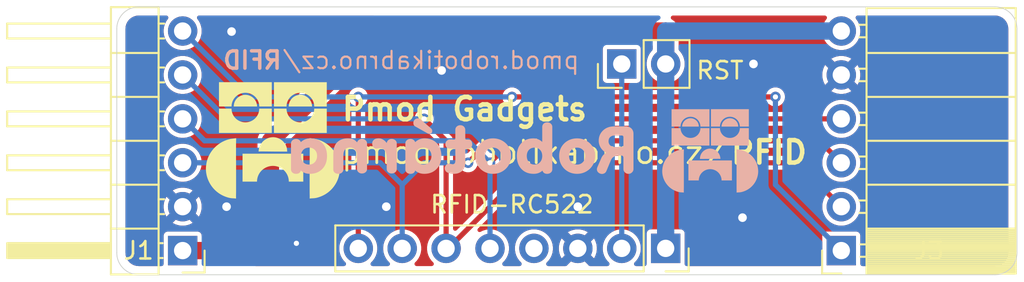
<source format=kicad_pcb>
(kicad_pcb (version 20241229) (generator "pcbnew") (generator_version "9.0")
  (layers (0 "F.Cu" signal) (2 "B.Cu" signal) (13 "F.Paste" user) (15 "B.Paste" user) (5 "F.SilkS" user "F.Silkscreen") (7 "B.SilkS" user "B.Silkscreen") (1 "F.Mask" user) (3 "B.Mask" user) (25 "Edge.Cuts" user))
  (net 0 "")
  (net 1 "GND")
  (net 2 "+3.3V")
  (net 3 "MISO")
  (net 4 "SCK")
  (net 5 "SS")
  (net 6 "Net-(J2-Pin_4)")
  (net 7 "RST")
  (net 8 "MOSI")
  (footprint "Connector_PinSocket_2.54mm:PinSocket_1x06_P2.54mm_Horizontal" (layer "F.Cu") (at 96.52 58.42 180)
    (property "Reference" "J3")
    (property "Value" "SPI OUT")
  )
  (footprint "Connector_PinSocket_2.54mm:PinSocket_1x08_P2.54mm_Vertical" (layer "F.Cu") (at 86.36 58.293 -90)
    (property "Reference" "RFID-RC522")
    (property "Value" "RFID-RC522")
  )
  (footprint "Connector_PinHeader_2.54mm:PinHeader_1x06_P2.54mm_Horizontal" (layer "F.Cu") (at 58.42 58.42 180)
    (property "Reference" "J1")
    (property "Value" "SPI IN")
  )
  (footprint "Connector_PinHeader_2.54mm:PinHeader_1x02_P2.54mm_Vertical" (layer "F.Cu") (at 83.82 47.625 90)
    (property "Reference" "RST")
    (property "Value" "RST")
  )
  (gr_poly (pts (xy 66.757938 50.085592) (xy 66.030298 50.085592) (xy 66.029257 50.044844) (xy 66.026165 50.004631) (xy 66.021075 49.965003) (xy 66.014036 49.926009) (xy 66.005097 49.887699) (xy 65.994311 49.850123) (xy 65.981726 49.813331) (xy 65.967393 49.777372) (xy 65.951363 49.742297) (xy 65.933686 49.708154) (xy 65.914412 49.674994) (xy 65.893591 49.642867) (xy 65.871273 49.611822) (xy 65.84751 49.581908) (xy 65.82235 49.553177) (xy 65.795846 49.525677) (xy 65.768046 49.499458) (xy 65.739001 49.47457) (xy 65.708761 49.451063) (xy 65.677377 49.428986) (xy 65.644899 49.408389) (xy 65.611378 49.389323) (xy 65.576862 49.371836) (xy 65.541404 49.355979) (xy 65.505053 49.341801) (xy 65.467859 49.329352) (xy 65.429873 49.318681) (xy 65.391145 49.309839) (xy 65.351725 49.302876) (xy 65.311664 49.29784) (xy 65.271011 49.294782) (xy 65.229818 49.293752) (xy 65.188621 49.294782) (xy 65.147966 49.29784) (xy 65.107901 49.302876) (xy 65.068478 49.309839) (xy 65.029747 49.318681) (xy 64.991759 49.329352) (xy 64.954563 49.341801) (xy 64.918209 49.355979) (xy 64.882749 49.371836) (xy 64.848232 49.389323) (xy 64.814708 49.408389) (xy 64.782229 49.428986) (xy 64.750844 49.451063) (xy 64.720603 49.47457) (xy 64.691557 49.499458) (xy 64.663756 49.525677) (xy 64.63725 49.553177) (xy 64.61209 49.581908) (xy 64.588326 49.611822) (xy 64.566008 49.642867) (xy 64.545187 49.674994) (xy 64.525912 49.708154) (xy 64.508234 49.742297) (xy 64.492204 49.777372) (xy 64.477871 49.813331) (xy 64.465286 49.850123) (xy 64.4545 49.887699) (xy 64.445561 49.926009) (xy 64.438522 49.965003) (xy 64.433431 50.004631) (xy 64.43034 50.044844) (xy 64.429299 50.085592) (xy 63.701679 50.085592) (xy 63.701679 48.679692) (xy 66.757938 48.679692)) (fill yes) (layer "F.SilkS"))
  (gr_poly (pts (xy 64.43034 50.25) (xy 64.433431 50.290213) (xy 64.438522 50.329841) (xy 64.445561 50.368835) (xy 64.4545 50.407145) (xy 64.465286 50.444721) (xy 64.477871 50.481513) (xy 64.492204 50.517471) (xy 64.508234 50.552547) (xy 64.525912 50.586689) (xy 64.545187 50.619849) (xy 64.566008 50.651977) (xy 64.588326 50.683022) (xy 64.61209 50.712935) (xy 64.63725 50.741667) (xy 64.663756 50.769167) (xy 64.691557 50.795386) (xy 64.720603 50.820274) (xy 64.750844 50.843781) (xy 64.782229 50.865858) (xy 64.814708 50.886454) (xy 64.848232 50.905521) (xy 64.882749 50.923008) (xy 64.918209 50.938865) (xy 64.954563 50.953043) (xy 64.991759 50.965492) (xy 65.029747 50.976163) (xy 65.068478 50.985005) (xy 65.107901 50.991968) (xy 65.147966 50.997004) (xy 65.188621 51.000062) (xy 65.229818 51.001092) (xy 65.271011 51.000062) (xy 65.311664 50.997004) (xy 65.351725 50.991968) (xy 65.391145 50.985005) (xy 65.429873 50.976163) (xy 65.467859 50.965492) (xy 65.505053 50.953043) (xy 65.541404 50.938865) (xy 65.576862 50.923008) (xy 65.611378 50.905521) (xy 65.644899 50.886454) (xy 65.677377 50.865858) (xy 65.708761 50.843781) (xy 65.739001 50.820274) (xy 65.768046 50.795386) (xy 65.795846 50.769167) (xy 65.82235 50.741667) (xy 65.84751 50.712935) (xy 65.871273 50.683022) (xy 65.893591 50.651977) (xy 65.914412 50.619849) (xy 65.933686 50.586689) (xy 65.951363 50.552547) (xy 65.967393 50.517471) (xy 65.981726 50.481513) (xy 65.994311 50.444721) (xy 66.005097 50.407145) (xy 66.014036 50.368835) (xy 66.021075 50.329841) (xy 66.026165 50.290213) (xy 66.029257 50.25) (xy 66.030298 50.209252) (xy 66.757938 50.209252) (xy 66.757938 51.615152) (xy 63.701679 51.615152) (xy 63.701679 50.209252) (xy 64.429299 50.209252)) (fill yes) (layer "F.SilkS"))
  (gr_poly (pts (xy 65.770898 51.920132) (xy 65.770897 51.920132) (xy 65.770898 51.920131)) (fill yes) (layer "F.SilkS"))
  (gr_poly (pts (xy 61.517779 51.930092) (xy 61.511673 52.068877) (xy 61.508178 52.273349) (xy 61.506881 52.792719) (xy 61.512079 53.666731) (xy 61.511639 54.963971) (xy 61.510752 55.075022) (xy 61.508714 55.184086) (xy 61.507673 55.292348) (xy 61.508198 55.346548) (xy 61.509779 55.400991) (xy 61.504759 55.410171) (xy 61.468994 55.405283) (xy 61.435188 55.401753) (xy 61.402839 55.399232) (xy 61.371448 55.397367) (xy 61.309532 55.3942) (xy 61.278006 55.392196) (xy 61.245434 55.389443) (xy 61.211314 55.38559) (xy 61.175146 55.380285) (xy 61.13643 55.373176) (xy 61.094663 55.363914) (xy 61.049345 55.352145) (xy 60.999976 55.33752) (xy 60.946054 55.319685) (xy 60.887079 55.298291) (xy 60.821197 55.271893) (xy 60.757102 55.243177) (xy 60.694814 55.212219) (xy 60.634354 55.179095) (xy 60.575741 55.143883) (xy 60.518995 55.106658) (xy 60.464138 55.067498) (xy 60.411188 55.026479) (xy 60.360167 54.983678) (xy 60.311094 54.939171) (xy 60.263989 54.893035) (xy 60.218873 54.845346) (xy 60.175766 54.796181) (xy 60.134688 54.745617) (xy 60.095659 54.69373) (xy 60.058699 54.640596) (xy 60.023829 54.586293) (xy 59.991068 54.530897) (xy 59.960437 54.474485) (xy 59.931956 54.417132) (xy 59.905645 54.358916) (xy 59.881524 54.299914) (xy 59.859614 54.240202) (xy 59.839935 54.179856) (xy 59.822506 54.118953) (xy 59.807348 54.057569) (xy 59.794481 53.995782) (xy 59.783925 53.933668) (xy 59.775701 53.871303) (xy 59.769829 53.808764) (xy 59.766328 53.746128) (xy 59.765219 53.683471) (xy 59.765909 53.649519) (xy 59.767781 53.613039) (xy 59.770695 53.574675) (xy 59.774511 53.535066) (xy 59.77909 53.494856) (xy 59.78429 53.454686) (xy 59.789973 53.415197) (xy 59.795999 53.377031) (xy 59.808266 53.311409) (xy 59.823258 53.24654) (xy 59.840906 53.182486) (xy 59.861142 53.119309) (xy 59.883898 53.057073) (xy 59.909105 52.995839) (xy 59.966602 52.876626) (xy 60.033087 52.762172) (xy 60.108015 52.652974) (xy 60.19084 52.549533) (xy 60.281016 52.452346) (xy 60.377999 52.361914) (xy 60.481242 52.278735) (xy 60.590199 52.203309) (xy 60.704327 52.136134) (xy 60.823078 52.07771) (xy 60.945907 52.028535) (xy 61.008681 52.007573) (xy 61.072269 51.98911) (xy 61.136605 51.973208) (xy 61.201619 51.959932) (xy 61.507099 51.920132) (xy 61.507099 51.920131)) (fill yes) (layer "F.SilkS"))
  (gr_poly (pts (xy 65.398018 54.431252) (xy 64.561758 54.431252) (xy 64.560561 54.384421) (xy 64.557009 54.338206) (xy 64.551158 54.292662) (xy 64.543069 54.247847) (xy 64.532797 54.203819) (xy 64.5204 54.160634) (xy 64.505938 54.11835) (xy 64.489466 54.077023) (xy 64.471044 54.036712) (xy 64.450729 53.997473) (xy 64.428578 53.959363) (xy 64.40465 53.92244) (xy 64.379002 53.886761) (xy 64.351692 53.852382) (xy 64.322778 53.819362) (xy 64.292318 53.787757) (xy 64.26037 53.757624) (xy 64.22699 53.729021) (xy 64.192238 53.702005) (xy 64.15617 53.676632) (xy 64.118846 53.652961) (xy 64.080321 53.631049) (xy 64.040655 53.610951) (xy 63.999905 53.592727) (xy 63.958129 53.576433) (xy 63.915385 53.562125) (xy 63.87173 53.549862) (xy 63.827222 53.5397) (xy 63.781919 53.531697) (xy 63.735879 53.52591) (xy 63.689159 53.522396) (xy 63.641819 53.521211) (xy 63.594472 53.522396) (xy 63.547747 53.52591) (xy 63.501702 53.531697) (xy 63.456395 53.5397) (xy 63.411882 53.549862) (xy 63.368223 53.562125) (xy 63.325474 53.576433) (xy 63.283694 53.592727) (xy 63.24294 53.610951) (xy 63.203271 53.631049) (xy 63.164743 53.652961) (xy 63.127415 53.676632) (xy 63.091344 53.702005) (xy 63.056589 53.729021) (xy 63.023207 53.757624) (xy 62.991256 53.787757) (xy 62.960794 53.819362) (xy 62.931878 53.852382) (xy 62.904566 53.886761) (xy 62.878916 53.92244) (xy 62.854987 53.959363) (xy 62.832835 53.997473) (xy 62.812518 54.036712) (xy 62.794095 54.077023) (xy 62.777622 54.11835) (xy 62.763159 54.160634) (xy 62.750762 54.203819) (xy 62.740489 54.247847) (xy 62.732399 54.292662) (xy 62.726548 54.338206) (xy 62.722996 54.384421) (xy 62.721799 54.431252) (xy 61.885578 54.431252) (xy 61.885578 52.815511) (xy 65.398018 52.815511)) (fill yes) (layer "F.SilkS"))
  (gr_poly (pts (xy 63.577598 50.083592) (xy 62.849958 50.083592) (xy 62.848917 50.042844) (xy 62.845826 50.002631) (xy 62.840735 49.963002) (xy 62.833696 49.924009) (xy 62.824758 49.885699) (xy 62.813971 49.848123) (xy 62.801386 49.811331) (xy 62.787054 49.775372) (xy 62.771024 49.740297) (xy 62.753346 49.706154) (xy 62.734072 49.672994) (xy 62.713251 49.640867) (xy 62.690933 49.609822) (xy 62.66717 49.579908) (xy 62.642011 49.551177) (xy 62.615506 49.523677) (xy 62.587706 49.497458) (xy 62.558661 49.47257) (xy 62.528421 49.449063) (xy 62.497038 49.426986) (xy 62.46456 49.406389) (xy 62.431038 49.387323) (xy 62.396523 49.369836) (xy 62.361064 49.353979) (xy 62.324713 49.339801) (xy 62.287519 49.327351) (xy 62.249533 49.316681) (xy 62.210805 49.307839) (xy 62.171385 49.300876) (xy 62.131324 49.29584) (xy 62.090672 49.292782) (xy 62.049478 49.291752) (xy 62.008282 49.292782) (xy 61.967626 49.29584) (xy 61.927561 49.300876) (xy 61.888139 49.307839) (xy 61.849408 49.316681) (xy 61.811419 49.327351) (xy 61.774223 49.339801) (xy 61.737869 49.353979) (xy 61.702409 49.369836) (xy 61.667892 49.387323) (xy 61.634369 49.406389) (xy 61.601889 49.426986) (xy 61.570504 49.449063) (xy 61.540263 49.47257) (xy 61.511217 49.497458) (xy 61.483416 49.523677) (xy 61.45691 49.551177) (xy 61.43175 49.579908) (xy 61.407986 49.609822) (xy 61.385668 49.640867) (xy 61.364847 49.672994) (xy 61.345572 49.706154) (xy 61.327894 49.740297) (xy 61.311864 49.775372) (xy 61.297531 49.811331) (xy 61.284946 49.848123) (xy 61.27416 49.885699) (xy 61.265221 49.924009) (xy 61.258182 49.963002) (xy 61.253091 50.002631) (xy 61.25 50.042844) (xy 61.248959 50.083592) (xy 60.521339 50.083592) (xy 60.521339 48.677692) (xy 63.577598 48.677692)) (fill yes) (layer "F.SilkS"))
  (gr_poly (pts (xy 61.25 50.25) (xy 61.253091 50.290213) (xy 61.258182 50.329841) (xy 61.265221 50.368835) (xy 61.27416 50.407145) (xy 61.284946 50.444721) (xy 61.297531 50.481513) (xy 61.311864 50.517471) (xy 61.327894 50.552547) (xy 61.345572 50.586689) (xy 61.364847 50.619849) (xy 61.385668 50.651977) (xy 61.407986 50.683022) (xy 61.43175 50.712935) (xy 61.45691 50.741667) (xy 61.483416 50.769167) (xy 61.511217 50.795386) (xy 61.540263 50.820274) (xy 61.570504 50.843781) (xy 61.601889 50.865858) (xy 61.634369 50.886454) (xy 61.667892 50.905521) (xy 61.702409 50.923008) (xy 61.737869 50.938865) (xy 61.774223 50.953043) (xy 61.811419 50.965492) (xy 61.849408 50.976163) (xy 61.888139 50.985005) (xy 61.927561 50.991968) (xy 61.967626 50.997004) (xy 62.008282 51.000062) (xy 62.049478 51.001092) (xy 62.090672 51.000062) (xy 62.131324 50.997004) (xy 62.171385 50.991968) (xy 62.210805 50.985005) (xy 62.249533 50.976163) (xy 62.287519 50.965492) (xy 62.324713 50.953043) (xy 62.361064 50.938865) (xy 62.396523 50.923008) (xy 62.431038 50.905521) (xy 62.46456 50.886454) (xy 62.497038 50.865858) (xy 62.528421 50.843781) (xy 62.558661 50.820274) (xy 62.587706 50.795386) (xy 62.615506 50.769167) (xy 62.642011 50.741667) (xy 62.66717 50.712935) (xy 62.690933 50.683022) (xy 62.713251 50.651977) (xy 62.734072 50.619849) (xy 62.753346 50.586689) (xy 62.771024 50.552547) (xy 62.787054 50.517471) (xy 62.801386 50.481513) (xy 62.813971 50.444721) (xy 62.824758 50.407145) (xy 62.833696 50.368835) (xy 62.840735 50.329841) (xy 62.845826 50.290213) (xy 62.848917 50.25) (xy 62.849958 50.209252) (xy 63.577598 50.209252) (xy 63.577598 51.615152) (xy 60.521339 51.615152) (xy 60.521339 50.209252) (xy 61.248959 50.209252)) (fill yes) (layer "F.SilkS"))
  (gr_poly (pts (xy 66.076377 51.959932) (xy 66.141391 51.973208) (xy 66.205727 51.98911) (xy 66.269315 52.007573) (xy 66.332088 52.028535) (xy 66.454917 52.07771) (xy 66.573666 52.136134) (xy 66.687792 52.203309) (xy 66.796748 52.278735) (xy 66.899989 52.361914) (xy 66.99697 52.452346) (xy 67.087144 52.549533) (xy 67.169967 52.652974) (xy 67.244894 52.762172) (xy 67.311377 52.876626) (xy 67.368873 52.995839) (xy 67.39408 53.057073) (xy 67.416835 53.119309) (xy 67.437071 53.182486) (xy 67.454718 53.24654) (xy 67.46971 53.311409) (xy 67.481977 53.377031) (xy 67.488003 53.415197) (xy 67.493686 53.454686) (xy 67.498886 53.494856) (xy 67.503465 53.535066) (xy 67.507281 53.574675) (xy 67.510195 53.613039) (xy 67.512067 53.649519) (xy 67.512757 53.683471) (xy 67.511648 53.746128) (xy 67.508148 53.808764) (xy 67.502275 53.871303) (xy 67.494051 53.933668) (xy 67.483495 53.995782) (xy 67.470629 54.057569) (xy 67.455471 54.118953) (xy 67.438042 54.179856) (xy 67.418362 54.240202) (xy 67.396452 54.299914) (xy 67.372332 54.358916) (xy 67.346021 54.417132) (xy 67.31754 54.474485) (xy 67.286909 54.530897) (xy 67.254148 54.586293) (xy 67.219278 54.640596) (xy 67.182318 54.69373) (xy 67.143289 54.745617) (xy 67.102211 54.796181) (xy 67.059103 54.845346) (xy 67.013987 54.893035) (xy 66.966883 54.939171) (xy 66.91781 54.983678) (xy 66.866788 55.026479) (xy 66.813839 55.067498) (xy 66.758981 55.106658) (xy 66.702236 55.143883) (xy 66.643623 55.179095) (xy 66.583162 55.212219) (xy 66.520875 55.243177) (xy 66.45678 55.271893) (xy 66.390898 55.298291) (xy 66.331923 55.319685) (xy 66.278001 55.33752) (xy 66.228632 55.352145) (xy 66.183314 55.363914) (xy 66.141547 55.373176) (xy 66.10283 55.380285) (xy 66.066663 55.38559) (xy 66.032543 55.389443) (xy 65.999971 55.392196) (xy 65.968445 55.3942) (xy 65.906529 55.397367) (xy 65.875138 55.399232) (xy 65.842789 55.401753) (xy 65.808983 55.405283) (xy 65.773218 55.410171) (xy 65.768198 55.400991) (xy 65.769778 55.346548) (xy 65.770304 55.292348) (xy 65.769263 55.184086) (xy 65.767225 55.075022) (xy 65.766338 54.963971) (xy 65.765898 53.666731) (xy 65.771095 52.792719) (xy 65.769799 52.273349) (xy 65.766304 52.068877) (xy 65.760198 51.930092) (xy 65.770898 51.920132)) (fill yes) (layer "F.SilkS"))
  (gr_poly (pts (xy 63.684156 51.861898) (xy 63.713898 51.863741) (xy 63.743586 51.86671) (xy 63.773184 51.870795) (xy 63.802657 51.875988) (xy 63.831967 51.882277) (xy 63.86108 51.889653) (xy 63.889957 51.898107) (xy 63.918563 51.907629) (xy 63.946863 51.918208) (xy 63.974818 51.929835) (xy 64.002393 51.9425) (xy 64.029552 51.956194) (xy 64.056259 51.970906) (xy 64.082476 51.986627) (xy 64.108168 52.003347) (xy 64.133299 52.021056) (xy 64.157832 52.039745) (xy 64.18173 52.059403) (xy 64.204959 52.080021) (xy 64.22748 52.101589) (xy 64.249258 52.124097) (xy 64.270257 52.147536) (xy 64.29044 52.171895) (xy 64.309771 52.197164) (xy 64.328213 52.223335) (xy 64.345731 52.250397) (xy 64.362288 52.278341) (xy 64.377847 52.307156) (xy 64.392373 52.336832) (xy 64.405829 52.367361) (xy 64.418178 52.398732) (xy 64.428168 52.426806) (xy 64.436482 52.452469) (xy 64.443285 52.475961) (xy 64.448743 52.497521) (xy 64.453021 52.517386) (xy 64.456285 52.535797) (xy 64.4587 52.552992) (xy 64.460431 52.56921) (xy 64.461644 52.584689) (xy 64.462505 52.59967) (xy 64.463828 52.62909) (xy 64.464622 52.644006) (xy 64.465725 52.65938) (xy 64.467302 52.675449) (xy 64.469519 52.692452) (xy 64.465159 52.694792) (xy 64.439297 52.693885) (xy 64.413551 52.693481) (xy 64.362126 52.693664) (xy 64.310322 52.694317) (xy 64.257579 52.694412) (xy 63.641379 52.690872) (xy 63.226251 52.685879) (xy 62.97955 52.68499) (xy 62.882417 52.686056) (xy 62.816479 52.688552) (xy 62.811779 52.683451) (xy 62.811778 52.683452) (xy 62.831558 52.538472) (xy 62.838053 52.507629) (xy 62.845793 52.477116) (xy 62.854748 52.446965) (xy 62.864887 52.417208) (xy 62.888601 52.359007) (xy 62.916696 52.302769) (xy 62.948934 52.248754) (xy 62.985076 52.197218) (xy 63.024883 52.148419) (xy 63.068118 52.102615) (xy 63.114541 52.060063) (xy 63.163914 52.021021) (xy 63.215999 51.985747) (xy 63.270556 51.954499) (xy 63.327347 51.927533) (xy 63.356505 51.915737) (xy 63.386133 51.905108) (xy 63.4162 51.895679) (xy 63.446677 51.887482) (xy 63.477533 51.880549) (xy 63.508738 51.874912) (xy 63.526884 51.872161) (xy 63.545659 51.869576) (xy 63.564756 51.867222) (xy 63.583871 51.865165) (xy 63.602698 51.863468) (xy 63.620932 51.862197) (xy 63.638267 51.861417) (xy 63.654398 51.861192)) (fill yes) (layer "F.SilkS"))
  (gr_poly (pts (xy 62.079467 49.411044) (xy 62.113759 49.413664) (xy 62.14757 49.417968) (xy 62.180858 49.423915) (xy 62.21358 49.431461) (xy 62.245694 49.440565) (xy 62.277156 49.451184) (xy 62.307924 49.463276) (xy 62.337954 49.476798) (xy 62.367205 49.491707) (xy 62.395633 49.507963) (xy 62.423196 49.525521) (xy 62.44985 49.544341) (xy 62.475553 49.564378) (xy 62.500262 49.585592) (xy 62.523934 49.607939) (xy 62.546526 49.631377) (xy 62.567996 49.655865) (xy 62.588301 49.681358) (xy 62.607397 49.707816) (xy 62.625243 49.735195) (xy 62.641795 49.763453) (xy 62.65701 49.792549) (xy 62.670846 49.822439) (xy 62.68326 49.85308) (xy 62.694209 49.884432) (xy 62.70365 49.916451) (xy 62.71154 49.949095) (xy 62.717837 49.982321) (xy 62.722498 50.016088) (xy 62.725479 50.050352) (xy 62.726739 50.085071) (xy 61.377199 50.084671) (xy 61.377709 50.049951) (xy 61.379952 50.015687) (xy 61.383885 49.981921) (xy 61.389467 49.948697) (xy 61.396655 49.916057) (xy 61.405407 49.884043) (xy 61.415682 49.852697) (xy 61.427437 49.822062) (xy 61.440631 49.79218) (xy 61.455222 49.763093) (xy 61.471168 49.734844) (xy 61.488426 49.707476) (xy 61.506956 49.681029) (xy 61.526715 49.655548) (xy 61.54766 49.631074) (xy 61.569751 49.607649) (xy 61.592945 49.585316) (xy 61.617201 49.564118) (xy 61.642476 49.544096) (xy 61.668728 49.525293) (xy 61.695916 49.507751) (xy 61.723998 49.491513) (xy 61.752931 49.476621) (xy 61.782674 49.463118) (xy 61.813185 49.451045) (xy 61.844422 49.440445) (xy 61.876342 49.43136) (xy 61.908905 49.423834) (xy 61.942068 49.417907) (xy 61.975789 49.413623) (xy 62.010027 49.411024) (xy 62.044739 49.410152)) (fill yes) (layer "F.SilkS"))
  (gr_poly (pts (xy 65.259807 49.411044) (xy 65.294098 49.413664) (xy 65.327909 49.417968) (xy 65.361197 49.423915) (xy 65.39392 49.431461) (xy 65.426033 49.440565) (xy 65.457495 49.451184) (xy 65.488263 49.463276) (xy 65.518294 49.476798) (xy 65.547545 49.491707) (xy 65.575973 49.507963) (xy 65.603535 49.525521) (xy 65.630189 49.544341) (xy 65.655892 49.564378) (xy 65.680601 49.585592) (xy 65.704273 49.607939) (xy 65.726866 49.631377) (xy 65.748336 49.655865) (xy 65.76864 49.681358) (xy 65.787737 49.707816) (xy 65.805582 49.735195) (xy 65.822134 49.763453) (xy 65.83735 49.792549) (xy 65.851186 49.822439) (xy 65.863599 49.85308) (xy 65.874548 49.884432) (xy 65.883989 49.916451) (xy 65.891879 49.949095) (xy 65.898176 49.982321) (xy 65.902837 50.016088) (xy 65.905818 50.050352) (xy 65.907078 50.085071) (xy 64.557538 50.084671) (xy 64.558049 50.049951) (xy 64.560292 50.015687) (xy 64.564225 49.981921) (xy 64.569806 49.948697) (xy 64.576994 49.916057) (xy 64.585746 49.884043) (xy 64.596021 49.852697) (xy 64.607777 49.822062) (xy 64.620971 49.79218) (xy 64.635562 49.763093) (xy 64.651507 49.734844) (xy 64.668766 49.707476) (xy 64.687295 49.681029) (xy 64.707054 49.655548) (xy 64.728 49.631074) (xy 64.750091 49.607649) (xy 64.773285 49.585316) (xy 64.79754 49.564118) (xy 64.822815 49.544096) (xy 64.849068 49.525293) (xy 64.876255 49.507751) (xy 64.904337 49.491513) (xy 64.93327 49.476621) (xy 64.963013 49.463118) (xy 64.993524 49.451045) (xy 65.024761 49.440445) (xy 65.056682 49.43136) (xy 65.089245 49.423834) (xy 65.122408 49.417907) (xy 65.156129 49.413623) (xy 65.190366 49.411024) (xy 65.225078 49.410152)) (fill yes) (layer "F.SilkS"))
  (gr_poly (pts (xy 72.374801 51.930093) (xy 72.336872 51.93265) (xy 72.299563 51.936913) (xy 72.262874 51.942881) (xy 72.226805 51.950554) (xy 72.191356 51.959932) (xy 72.156528 51.971015) (xy 72.12232 51.983803) (xy 72.088733 51.998296) (xy 72.055766 52.014494) (xy 72.02342 52.032397) (xy 71.991694 52.052006) (xy 71.96059 52.073319) (xy 71.930106 52.096338) (xy 71.900243 52.121061) (xy 71.871002 52.14749) (xy 71.867511 52.137674) (xy 71.863659 52.128065) (xy 71.859444 52.118662) (xy 71.854868 52.109465) (xy 71.84993 52.100475) (xy 71.84463 52.09169) (xy 71.838968 52.083112) (xy 71.832945 52.07474) (xy 71.82656 52.066575) (xy 71.819814 52.058615) (xy 71.812707 52.050862) (xy 71.805238 52.043315) (xy 71.797408 52.035975) (xy 71.789217 52.02884) (xy 71.780664 52.021912) (xy 71.771751 52.01519) (xy 71.762554 52.008787) (xy 71.753151 52.002797) (xy 71.743541 51.997219) (xy 71.733725 51.992054) (xy 71.723702 51.987301) (xy 71.713473 51.982962) (xy 71.703037 51.979035) (xy 71.692395 51.975521) (xy 71.681545 51.972421) (xy 71.670489 51.969734) (xy 71.659225 51.96746) (xy 71.647755 51.965599) (xy 71.636077 51.964151) (xy 71.624193 51.963117) (xy 71.612101 51.962497) (xy 71.599802 51.96229) (xy 71.583458 51.962587) (xy 71.567502 51.963479) (xy 71.551934 51.964964) (xy 71.536754 51.967044) (xy 71.521961 51.969719) (xy 71.507556 51.972987) (xy 71.493538 51.976851) (xy 71.479908 51.981309) (xy 71.466664 51.986362) (xy 71.453808 51.992009) (xy 71.44134 51.998252) (xy 71.429258 52.005089) (xy 71.417564 52.012522) (xy 71.406256 52.02055) (xy 71.395335 52.029172) (xy 71.384801 52.03839) (xy 71.374793 52.048013) (xy 71.36543 52.057867) (xy 71.356713 52.067954) (xy 71.348642 52.078273) (xy 71.341216 52.088825) (xy 71.334436 52.09961) (xy 71.328302 52.110627) (xy 71.322814 52.121878) (xy 71.317971 52.133362) (xy 71.313773 52.145079) (xy 71.310222 52.157029) (xy 71.307316 52.169214) (xy 71.305056 52.181632) (xy 71.303442 52.194284) (xy 71.302473 52.20717) (xy 71.30215 52.22029) (xy 71.30215 53.72179) (xy 71.302473 53.735689) (xy 71.303442 53.749278) (xy 71.305056 53.762557) (xy 71.307316 53.775527) (xy 71.310222 53.788187) (xy 71.313773 53.800538) (xy 71.317971 53.812578) (xy 71.322814 53.824309) (xy 71.328302 53.83573) (xy 71.334436 53.846841) (xy 71.341216 53.857641) (xy 71.348642 53.868132) (xy 71.356713 53.878312) (xy 71.36543 53.888182) (xy 71.374793 53.897741) (xy 71.384801 53.90699) (xy 71.395335 53.9158) (xy 71.406256 53.924041) (xy 71.417564 53.931714) (xy 71.429258 53.938818) (xy 71.44134 53.945354) (xy 71.453808 53.951322) (xy 71.466664 53.956722) (xy 71.479908 53.961553) (xy 71.493538 53.965815) (xy 71.507556 53.96951) (xy 71.521961 53.972636) (xy 71.536754 53.975193) (xy 71.551934 53.977183) (xy 71.567502 53.978603) (xy 71.583458 53.979456) (xy 71.599802 53.97974) (xy 71.626437 53.978991) (xy 71.651781 53.976743) (xy 71.675834 53.972995) (xy 71.698595 53.96775) (xy 71.720065 53.961005) (xy 71.740244 53.952761) (xy 71.749849 53.948077) (xy 71.759131 53.943019) (xy 71.76809 53.937586) (xy 71.776726 53.931778) (xy 71.78504 53.925595) (xy 71.793031 53.919038) (xy 71.800698 53.912106) (xy 71.808043 53.904799) (xy 71.815066 53.897117) (xy 71.821765 53.889061) (xy 71.828141 53.88063) (xy 71.834195 53.871825) (xy 71.845334 53.853089) (xy 71.855181 53.832855) (xy 71.863737 53.811122) (xy 71.871002 53.78789) (xy 71.897845 53.811122) (xy 71.925464 53.832855) (xy 71.953857 53.853089) (xy 71.983025 53.871825) (xy 72.012969 53.889061) (xy 72.043688 53.904799) (xy 72.075182 53.919038) (xy 72.107452 53.931778) (xy 72.140497 53.943019) (xy 72.174319 53.952761) (xy 72.208917 53.961005) (xy 72.24429 53.96775) (xy 72.280441 53.972995) (xy 72.317367 53.976743) (xy 72.35507 53.978991) (xy 72.39355 53.97974) (xy 72.448289 53.978642) (xy 72.50171 53.975348) (xy 72.553814 53.969858) (xy 72.604601 53.962171) (xy 72.654069 53.952289) (xy 72.702221 53.940211) (xy 72.749054 53.925936) (xy 72.79457 53.909465) (xy 72.838768 53.890798) (xy 72.881649 53.869936) (xy 72.923211 53.846877) (xy 72.963455 53.821621) (xy 73.002381 53.79417) (xy 73.03999 53.764523) (xy 73.07628 53.73268) (xy 73.111251 53.69864) (xy 73.144492 53.662757) (xy 73.175587 53.625403) (xy 73.204539 53.586576) (xy 73.231345 53.546278) (xy 73.256007 53.504507) (xy 73.278525 53.461265) (xy 73.298898 53.416551) (xy 73.317127 53.370365) (xy 73.33321 53.322707) (xy 73.34715 53.273578) (xy 73.358945 53.222976) (xy 73.368595 53.170903) (xy 73.376101 53.117357) (xy 73.381462 53.06234) (xy 73.384679 53.005851) (xy 73.385751 52.94789) (xy 72.810302 52.94789) (xy 72.809798 52.974075) (xy 72.808287 52.999717) (xy 72.805767 53.024817) (xy 72.802239 53.049374) (xy 72.797703 53.073389) (xy 72.792159 53.096861) (xy 72.785606 53.11979) (xy 72.778045 53.142177) (xy 72.769476 53.164022) (xy 72.759899 53.185323) (xy 72.749312 53.206083) (xy 72.737718 53.226299) (xy 72.725114 53.245973) (xy 72.711502 53.265105) (xy 72.696881 53.283694) (xy 72.681251 53.30174) (xy 72.66483 53.31896) (xy 72.647815 53.335068) (xy 72.630207 53.350066) (xy 72.612006 53.363953) (xy 72.59321 53.376728) (xy 72.57382 53.388393) (xy 72.553836 53.398947) (xy 72.533258 53.40839) (xy 72.512085 53.416722) (xy 72.490317 53.423943) (xy 72.467953 53.430053) (xy 72.444995 53.435052) (xy 72.42144 53.438941) (xy 72.39729 53.441718) (xy 72.372544 53.443385) (xy 72.347202 53.44394) (xy 72.321081 53.443385) (xy 72.295632 53.441718) (xy 72.270855 53.438941) (xy 72.246749 53.435052) (xy 72.223315 53.430053) (xy 72.200553 53.423943) (xy 72.178463 53.416722) (xy 72.157045 53.40839) (xy 72.136299 53.398947) (xy 72.116225 53.388393) (xy 72.096823 53.376728) (xy 72.078094 53.363953) (xy 72.060037 53.350066) (xy 72.042652 53.335068) (xy 72.02594 53.31896) (xy 72.009901 53.30174) (xy 71.994679 53.283694) (xy 71.98044 53.265105) (xy 71.967183 53.245973) (xy 71.954907 53.226299) (xy 71.943614 53.206083) (xy 71.933303 53.185323) (xy 71.923974 53.164022) (xy 71.915627 53.142177) (xy 71.908262 53.119791) (xy 71.901879 53.096861) (xy 71.896478 53.073389) (xy 71.892059 53.049374) (xy 71.888622 53.024817) (xy 71.886167 52.999717) (xy 71.884694 52.974075) (xy 71.884203 52.94789) (xy 71.884694 52.920936) (xy 71.886167 52.894654) (xy 71.888622 52.869045) (xy 71.892059 52.844108) (xy 71.896478 52.819843) (xy 71.901879 52.796251) (xy 71.908262 52.773331) (xy 71.915627 52.751084) (xy 71.923974 52.729508) (xy 71.933303 52.708604) (xy 71.943614 52.688372) (xy 71.954907 52.668812) (xy 71.967183 52.649924) (xy 71.98044 52.631708) (xy 71.994679 52.614163) (xy 72.009901 52.59729) (xy 72.02594 52.581269) (xy 72.042652 52.566282) (xy 72.060037 52.552329) (xy 72.078094 52.539409) (xy 72.096823 52.527522) (xy 72.116225 52.51667) (xy 72.136299 52.50685) (xy 72.157045 52.498065) (xy 72.178463 52.490313) (xy 72.200553 52.483595) (xy 72.223315 52.47791) (xy 72.246749 52.473259) (xy 72.270855 52.469641) (xy 72.295632 52.467057) (xy 72.321081 52.465507) (xy 72.347202 52.46499) (xy 72.372544 52.465507) (xy 72.39729 52.467057) (xy 72.42144 52.469641) (xy 72.444995 52.473259) (xy 72.467953 52.47791) (xy 72.490317 52.483595) (xy 72.512085 52.490313) (xy 72.533258 52.498065) (xy 72.553836 52.506851) (xy 72.57382 52.51667) (xy 72.59321 52.527522) (xy 72.612006 52.539409) (xy 72.630207 52.552329) (xy 72.647815 52.566282) (xy 72.66483 52.581269) (xy 72.681251 52.59729) (xy 72.696881 52.614163) (xy 72.711502 52.631708) (xy 72.725114 52.649924) (xy 72.737718 52.668813) (xy 72.749312 52.688372) (xy 72.759899 52.708604) (xy 72.769476 52.729508) (xy 72.778045 52.751084) (xy 72.785606 52.773331) (xy 72.792159 52.796251) (xy 72.797703 52.819843) (xy 72.802239 52.844108) (xy 72.805767 52.869045) (xy 72.808287 52.894654) (xy 72.809798 52.920936) (xy 72.810302 52.94789) (xy 73.385751 52.94789) (xy 73.384705 52.889946) (xy 73.381565 52.833527) (xy 73.376333 52.778632) (xy 73.369007 52.725262) (xy 73.359589 52.673417) (xy 73.348078 52.623096) (xy 73.334473 52.574299) (xy 73.318776 52.527028) (xy 73.300986 52.481281) (xy 73.281103 52.437058) (xy 73.259126 52.39436) (xy 73.235057 52.353187) (xy 73.208895 52.313538) (xy 73.18064 52.275414) (xy 73.150292 52.238815) (xy 73.117851 52.20374) (xy 73.083712 52.1705) (xy 73.048253 52.139404) (xy 73.011474 52.110453) (xy 72.973375 52.083646) (xy 72.933957 52.058984) (xy 72.89322 52.036467) (xy 72.851163 52.016094) (xy 72.807788 51.997865) (xy 72.763094 51.981781) (xy 72.717083 51.967842) (xy 72.669754 51.956047) (xy 72.621107 51.946396) (xy 72.571143 51.938891) (xy 72.519862 51.933529) (xy 72.467264 51.930312) (xy 72.413351 51.92924)) (fill yes) (layer "B.SilkS"))
  (gr_poly (pts (xy 88.9807 51.24704) (xy 89.5022 51.24704) (xy 89.502946 51.217839) (xy 89.505161 51.189021) (xy 89.508809 51.160622) (xy 89.513853 51.132677) (xy 89.520258 51.105223) (xy 89.527988 51.078295) (xy 89.537006 51.051929) (xy 89.547276 51.02616) (xy 89.558763 51.001024) (xy 89.57143 50.976557) (xy 89.585242 50.952794) (xy 89.600162 50.929771) (xy 89.616155 50.907523) (xy 89.633184 50.886087) (xy 89.651213 50.865497) (xy 89.670206 50.84579) (xy 89.690128 50.827001) (xy 89.710942 50.809166) (xy 89.732613 50.79232) (xy 89.755103 50.7765) (xy 89.778378 50.76174) (xy 89.8024 50.748077) (xy 89.827135 50.735546) (xy 89.852546 50.724182) (xy 89.878597 50.714022) (xy 89.905252 50.705101) (xy 89.932475 50.697454) (xy 89.960231 50.691118) (xy 89.988482 50.686128) (xy 90.017193 50.68252) (xy 90.046327 50.680328) (xy 90.07585 50.67959) (xy 90.105373 50.680328) (xy 90.134508 50.68252) (xy 90.16322 50.686128) (xy 90.191472 50.691118) (xy 90.219228 50.697454) (xy 90.246453 50.705101) (xy 90.273109 50.714022) (xy 90.299162 50.724182) (xy 90.324575 50.735546) (xy 90.349311 50.748077) (xy 90.373336 50.76174) (xy 90.396613 50.7765) (xy 90.419106 50.79232) (xy 90.440778 50.809166) (xy 90.461595 50.827001) (xy 90.481519 50.84579) (xy 90.500515 50.865497) (xy 90.518546 50.886087) (xy 90.535577 50.907523) (xy 90.551572 50.929771) (xy 90.566495 50.952794) (xy 90.580308 50.976557) (xy 90.592978 51.001024) (xy 90.604467 51.02616) (xy 90.614739 51.051929) (xy 90.623758 51.078295) (xy 90.631489 51.105223) (xy 90.637895 51.132677) (xy 90.64294 51.160622) (xy 90.646588 51.189021) (xy 90.648804 51.217839) (xy 90.64955 51.24704) (xy 91.171 51.24704) (xy 91.171 50.23949) (xy 88.9807 50.23949)) (fill yes) (layer "B.SilkS"))
  (gr_poly (pts (xy 87.190001 52.59174) (xy 87.143404 52.601255) (xy 87.097295 52.61265) (xy 87.051721 52.625881) (xy 87.006732 52.640904) (xy 86.918702 52.676144) (xy 86.833597 52.718013) (xy 86.751806 52.766152) (xy 86.673721 52.820205) (xy 86.599733 52.879814) (xy 86.530232 52.944621) (xy 86.465609 53.014269) (xy 86.406254 53.088399) (xy 86.352559 53.166654) (xy 86.304914 53.248677) (xy 86.26371 53.334109) (xy 86.245645 53.377992) (xy 86.229337 53.422594) (xy 86.214835 53.467869) (xy 86.202187 53.513773) (xy 86.191443 53.560262) (xy 86.182651 53.60729) (xy 86.178334 53.634637) (xy 86.174262 53.662935) (xy 86.170537 53.691723) (xy 86.167257 53.72054) (xy 86.164523 53.748926) (xy 86.162436 53.77642) (xy 86.161095 53.802561) (xy 86.1606 53.82689) (xy 86.161392 53.871793) (xy 86.163898 53.916681) (xy 86.168104 53.961499) (xy 86.173995 54.006192) (xy 86.181558 54.050706) (xy 86.190776 54.094985) (xy 86.201637 54.138974) (xy 86.214126 54.182619) (xy 86.228228 54.225866) (xy 86.243928 54.268658) (xy 86.261213 54.310941) (xy 86.280067 54.35266) (xy 86.300477 54.393761) (xy 86.322428 54.434188) (xy 86.345905 54.473887) (xy 86.370894 54.512802) (xy 86.397381 54.550879) (xy 86.42535 54.588064) (xy 86.454788 54.6243) (xy 86.485681 54.659533) (xy 86.518013 54.693709) (xy 86.55177 54.726772) (xy 86.586938 54.758668) (xy 86.623503 54.789341) (xy 86.661449 54.818738) (xy 86.700763 54.846802) (xy 86.741429 54.873479) (xy 86.783434 54.898714) (xy 86.826763 54.922453) (xy 86.871402 54.94464) (xy 86.917336 54.96522) (xy 86.964551 54.98414) (xy 87.006822 54.999477) (xy 87.045471 55.012261) (xy 87.080857 55.022745) (xy 87.113337 55.031181) (xy 87.143272 55.03782) (xy 87.17102 55.042914) (xy 87.196941 55.046716) (xy 87.221394 55.049477) (xy 87.244738 55.05145) (xy 87.267331 55.052886) (xy 87.311704 55.055156) (xy 87.334202 55.056493) (xy 87.357386 55.058302) (xy 87.381616 55.060833) (xy 87.40725 55.06434) (xy 87.41085 55.05774) (xy 87.409716 55.018729) (xy 87.409338 54.97989) (xy 87.410075 54.902302) (xy 87.411525 54.824133) (xy 87.41215 54.74454) (xy 87.41245 53.81489) (xy 87.408744 53.188527) (xy 87.409673 52.816326) (xy 87.412176 52.669795) (xy 87.41655 52.57034) (xy 87.4089 52.56319)) (fill yes) (layer "B.SilkS"))
  (gr_poly (pts (xy 74.468215 51.168837) (xy 74.453015 51.169729) (xy 74.43815 51.171214) (xy 74.42362 51.173294) (xy 74.409425 51.175968) (xy 74.395566 51.179237) (xy 74.382041 51.183101) (xy 74.368852 51.187559) (xy 74.355997 51.192612) (xy 74.343478 51.198259) (xy 74.331294 51.204502) (xy 74.319446 51.211339) (xy 74.307932 51.218772) (xy 74.296753 51.226799) (xy 74.28591 51.235422) (xy 74.275402 51.24464) (xy 74.265393 51.254315) (xy 74.256028 51.264325) (xy 74.247309 51.274672) (xy 74.239235 51.285355) (xy 74.231805 51.296374) (xy 74.225021 51.307729) (xy 74.218882 51.31942) (xy 74.213389 51.331446) (xy 74.208541 51.343809) (xy 74.20434 51.356507) (xy 74.200784 51.369541) (xy 74.197875 51.38291) (xy 74.195611 51.396614) (xy 74.193994 51.410654) (xy 74.193024 51.42503) (xy 74.192701 51.43974) (xy 74.192701 51.92924) (xy 74.192636 51.93331) (xy 74.192443 51.937251) (xy 74.192121 51.941062) (xy 74.191669 51.944744) (xy 74.191089 51.948297) (xy 74.19038 51.951721) (xy 74.189542 51.955015) (xy 74.188574 51.958181) (xy 74.187478 51.961217) (xy 74.186253 51.964124) (xy 74.184898 51.966902) (xy 74.183415 51.96955) (xy 74.181802 51.97207) (xy 74.18006 51.97446) (xy 74.178189 51.976721) (xy 74.176189 51.978853) (xy 74.174059 51.980855) (xy 74.171801 51.982729) (xy 74.169413 51.984473) (xy 74.166896 51.986088) (xy 74.164249 51.987574) (xy 74.161474 51.98893) (xy 74.158569 51.990158) (xy 74.155534 51.991256) (xy 74.152371 51.992225) (xy 74.149078 51.993065) (xy 74.145655 51.993775) (xy 74.142103 51.994357) (xy 74.138422 51.994809) (xy 74.134611 51.995132) (xy 74.130671 51.995326) (xy 74.126602 51.99539) (xy 73.881853 51.99539) (xy 73.867941 51.9957) (xy 73.854313 51.99663) (xy 73.840969 51.99818) (xy 73.827909 52.00035) (xy 73.815133 52.003139) (xy 73.802641 52.006549) (xy 73.790432 52.010578) (xy 73.778508 52.015228) (xy 73.766868 52.020497) (xy 73.755513 52.026386) (xy 73.744441 52.032895) (xy 73.733654 52.040025) (xy 73.723152 52.047774) (xy 73.712934 52.056143) (xy 73.703 52.065131) (xy 73.693351 52.07474) (xy 73.684134 52.084788) (xy 73.675511 52.095096) (xy 73.667483 52.105662) (xy 73.660051 52.116487) (xy 73.653214 52.127571) (xy 73.646971 52.138914) (xy 73.641324 52.150516) (xy 73.636271 52.162378) (xy 73.631813 52.174498) (xy 73.627949 52.186877) (xy 73.62468 52.199515) (xy 73.622006 52.212412) (xy 73.619926 52.225568) (xy 73.61844 52.238983) (xy 73.617549 52.252657) (xy 73.617252 52.26659) (xy 73.617549 52.280489) (xy 73.61844 52.294078) (xy 73.619926 52.307357) (xy 73.622006 52.320327) (xy 73.62468 52.332987) (xy 73.627949 52.345338) (xy 73.631813 52.357378) (xy 73.636271 52.369109) (xy 73.641324 52.38053) (xy 73.646971 52.39164) (xy 73.653214 52.402441) (xy 73.660051 52.412932) (xy 73.667483 52.423112) (xy 73.675511 52.432982) (xy 73.684134 52.442541) (xy 73.693351 52.45179) (xy 73.703026 52.4606) (xy 73.713037 52.468841) (xy 73.723384 52.476514) (xy 73.734067 52.483618) (xy 73.745086 52.490154) (xy 73.756441 52.496122) (xy 73.768132 52.501522) (xy 73.780159 52.506353) (xy 73.792521 52.510615) (xy 73.805219 52.51431) (xy 73.818253 52.517436) (xy 73.831622 52.519993) (xy 73.845326 52.521982) (xy 73.859366 52.523403) (xy 73.873742 52.524256) (xy 73.888452 52.52454) (xy 74.126602 52.52454) (xy 74.130671 52.524605) (xy 74.134611 52.524798) (xy 74.138422 52.525121) (xy 74.142103 52.525574) (xy 74.145655 52.526155) (xy 74.149078 52.526866) (xy 74.152371 52.527705) (xy 74.155534 52.528674) (xy 74.158569 52.529773) (xy 74.161474 52.531) (xy 74.164249 52.532357) (xy 74.166896 52.533842) (xy 74.169413 52.535457) (xy 74.171801 52.537202) (xy 74.174059 52.539075) (xy 74.176189 52.541078) (xy 74.178189 52.543209) (xy 74.18006 52.54547) (xy 74.181802 52.547861) (xy 74.183415 52.55038) (xy 74.184898 52.553029) (xy 74.186253 52.555806) (xy 74.187478 52.558713) (xy 74.188574 52.56175) (xy 74.189542 52.564915) (xy 74.19038 52.56821) (xy 74.191089 52.571633) (xy 74.191669 52.575186) (xy 74.192121 52.578868) (xy 74.192443 52.58268) (xy 74.192636 52.58662) (xy 74.192701 52.59069) (xy 74.192701 53.21244) (xy 74.192533 53.227043) (xy 74.192031 53.241076) (xy 74.191192 53.25454) (xy 74.190019 53.267435) (xy 74.18851 53.27976) (xy 74.186666 53.291516) (xy 74.184486 53.302703) (xy 74.18197 53.313321) (xy 74.179118 53.32337) (xy 74.175931 53.332851) (xy 74.172408 53.341762) (xy 74.168549 53.350105) (xy 74.164354 53.357879) (xy 74.159822 53.365085) (xy 74.154955 53.371721) (xy 74.149751 53.37779) (xy 74.14428 53.383402) (xy 74.13863 53.388651) (xy 74.1328 53.393537) (xy 74.12679 53.39806) (xy 74.120601 53.402221) (xy 74.114231 53.406019) (xy 74.107681 53.409454) (xy 74.100951 53.412528) (xy 74.094041 53.415239) (xy 74.086949 53.417588) (xy 74.079677 53.419575) (xy 74.072225 53.421201) (xy 74.064591 53.422465) (xy 74.056776 53.423368) (xy 74.048779 53.42391) (xy 74.040601 53.42409) (xy 74.037085 53.424026) (xy 74.033155 53.423832) (xy 74.024055 53.423059) (xy 74.013301 53.42177) (xy 74.000894 53.419965) (xy 73.986835 53.417645) (xy 73.971125 53.414809) (xy 73.953763 53.411457) (xy 73.934751 53.40759) (xy 73.89879 53.400342) (xy 73.883597 53.397498) (xy 73.870263 53.395171) (xy 73.858791 53.393363) (xy 73.84918 53.392072) (xy 73.841433 53.391298) (xy 73.83555 53.39104) (xy 73.822451 53.39135) (xy 73.80961 53.39228) (xy 73.797026 53.39383) (xy 73.784701 53.396) (xy 73.772634 53.398791) (xy 73.760825 53.402201) (xy 73.749274 53.406232) (xy 73.737982 53.410884) (xy 73.726948 53.416156) (xy 73.716172 53.422048) (xy 73.705655 53.428562) (xy 73.695397 53.435696) (xy 73.685397 53.44345) (xy 73.675656 53.451826) (xy 73.666174 53.460823) (xy 73.656951 53.47044) (xy 73.648142 53.480488) (xy 73.639901 53.490796) (xy 73.632228 53.501362) (xy 73.625123 53.512186) (xy 73.618587 53.52327) (xy 73.612619 53.534612) (xy 73.60722 53.546212) (xy 73.602389 53.558071) (xy 73.598126 53.570189) (xy 73.594432 53.582565) (xy 73.591306 53.595199) (xy 73.588748 53.608091) (xy 73.586759 53.621241) (xy 73.585338 53.63465) (xy 73.584486 53.648316) (xy 73.584201 53.66224) (xy 73.584395 53.672933) (xy 73.584975 53.683524) (xy 73.585942 53.694012) (xy 73.587296 53.704398) (xy 73.589038 53.714681) (xy 73.591167 53.724862) (xy 73.593684 53.73494) (xy 73.596588 53.744915) (xy 73.59988 53.754787) (xy 73.603561 53.764556) (xy 73.607629 53.774221) (xy 73.612086 53.783782) (xy 73.616932 53.79324) (xy 73.622166 53.802594) (xy 73.627788 53.811844) (xy 73.6338 53.82099) (xy 73.640217 53.829929) (xy 73.647075 53.838559) (xy 73.654373 53.846879) (xy 73.662111 53.854889) (xy 73.670289 53.86259) (xy 73.678908 53.869981) (xy 73.687965 53.877063) (xy 73.697463 53.883834) (xy 73.7074 53.890295) (xy 73.717776 53.896447) (xy 73.728591 53.902288) (xy 73.739846 53.907819) (xy 73.751539 53.91304) (xy 73.763671 53.91795) (xy 73.776242 53.922551) (xy 73.789251 53.92684) (xy 73.810637 53.933236) (xy 73.831821 53.939223) (xy 73.8528 53.9448) (xy 73.873575 53.949965) (xy 73.894144 53.954718) (xy 73.914505 53.959057) (xy 73.934658 53.962982) (xy 73.954601 53.96649) (xy 73.974441 53.9696) (xy 73.994284 53.972294) (xy 74.014129 53.974572) (xy 74.033976 53.976434) (xy 74.053823 53.977881) (xy 74.073668 53.978914) (xy 74.093512 53.979534) (xy 74.113351 53.97974) (xy 74.148514 53.979094) (xy 74.182902 53.977155) (xy 74.216516 53.973924) (xy 74.249354 53.969401) (xy 74.281419 53.963586) (xy 74.312708 53.956479) (xy 74.343223 53.94808) (xy 74.372963 53.93839) (xy 74.401929 53.927408) (xy 74.43012 53.915136) (xy 74.457537 53.901572) (xy 74.484179 53.886717) (xy 74.510046 53.870571) (xy 74.535138 53.853134) (xy 74.559456 53.834407) (xy 74.583 53.81439) (xy 74.605424 53.79302) (xy 74.626402 53.770255) (xy 74.645933 53.746094) (xy 74.664018 53.720538) (xy 74.680657 53.693586) (xy 74.69585 53.665239) (xy 74.709596 53.635496) (xy 74.721895 53.604359) (xy 74.732747 53.571826) (xy 74.742153 53.537898) (xy 74.750112 53.502576) (xy 74.756624 53.465858) (xy 74.761689 53.427746) (xy 74.765307 53.388238) (xy 74.767478 53.347337) (xy 74.768201 53.30504) (xy 74.768201 52.59069) (xy 74.768266 52.58662) (xy 74.76846 52.58268) (xy 74.768783 52.578868) (xy 74.769235 52.575186) (xy 74.769816 52.571633) (xy 74.770527 52.56821) (xy 74.771367 52.564915) (xy 74.772336 52.56175) (xy 74.773434 52.558713) (xy 74.774661 52.555806) (xy 74.776018 52.553029) (xy 74.777503 52.55038) (xy 74.779118 52.547861) (xy 74.780862 52.54547) (xy 74.782736 52.543209) (xy 74.784738 52.541078) (xy 74.78687 52.539075) (xy 74.789131 52.537202) (xy 74.791521 52.535457) (xy 74.79404 52.533842) (xy 74.796689 52.532357) (xy 74.799467 52.531) (xy 74.802374 52.529773) (xy 74.80541 52.528674) (xy 74.808575 52.527705) (xy 74.81187 52.526866) (xy 74.815293 52.526155) (xy 74.818846 52.525574) (xy 74.822528 52.525121) (xy 74.82634 52.524798) (xy 74.83028 52.524605) (xy 74.83435 52.52454) (xy 74.933551 52.52454) (xy 74.948206 52.524256) (xy 74.962394 52.523403) (xy 74.976115 52.521982) (xy 74.989371 52.519993) (xy 75.002162 52.517436) (xy 75.014486 52.51431) (xy 75.026345 52.510615) (xy 75.037739 52.506353) (xy 75.048667 52.501521) (xy 75.059131 52.496122) (xy 75.069129 52.490154) (xy 75.078663 52.483618) (xy 75.087732 52.476514) (xy 75.096336 52.468841) (xy 75.104476 52.4606) (xy 75.112152 52.45179) (xy 75.119363 52.442541) (xy 75.126109 52.432982) (xy 75.132389 52.423112) (xy 75.138204 52.412932) (xy 75.143555 52.402441) (xy 75.14844 52.39164) (xy 75.152859 52.38053) (xy 75.156814 52.369109) (xy 75.160303 52.357378) (xy 75.163327 52.345338) (xy 75.165886 52.332987) (xy 75.167979 52.320327) (xy 75.169607 52.307357) (xy 75.170771 52.294078) (xy 75.171468 52.280489) (xy 75.171701 52.26659) (xy 75.171468 52.251871) (xy 75.170771 52.237488) (xy 75.169607 52.223441) (xy 75.167979 52.209731) (xy 75.165886 52.196357) (xy 75.163327 52.183319) (xy 75.160303 52.170618) (xy 75.156814 52.158253) (xy 75.152859 52.146224) (xy 75.14844 52.134532) (xy 75.143555 52.123175) (xy 75.138204 52.112156) (xy 75.132389 52.101472) (xy 75.126109 52.091125) (xy 75.119363 52.081115) (xy 75.112152 52.07144) (xy 75.104476 52.062231) (xy 75.096336 52.053616) (xy 75.087732 52.045595) (xy 75.078663 52.038168) (xy 75.069129 52.031336) (xy 75.059131 52.025097) (xy 75.048667 52.019453) (xy 75.037739 52.014403) (xy 75.026345 52.009947) (xy 75.014486 52.006085) (xy 75.002162 52.002817) (xy 74.989371 52.000143) (xy 74.976115 51.998064) (xy 74.962394 51.996579) (xy 74.948206 51.995687) (xy 74.933551 51.99539) (xy 74.83435 51.99539) (xy 74.83028 51.995326) (xy 74.82634 51.995132) (xy 74.822528 51.994809) (xy 74.818846 51.994357) (xy 74.815293 51.993775) (xy 74.81187 51.993065) (xy 74.808575 51.992225) (xy 74.80541 51.991256) (xy 74.802374 51.990158) (xy 74.799467 51.98893) (xy 74.796689 51.987574) (xy 74.79404 51.986088) (xy 74.791521 51.984473) (xy 74.789131 51.982729) (xy 74.78687 51.980855) (xy 74.784738 51.978853) (xy 74.782736 51.976721) (xy 74.780862 51.97446) (xy 74.779118 51.97207) (xy 74.777503 51.96955) (xy 74.776018 51.966902) (xy 74.774661 51.964124) (xy 74.773434 51.961217) (xy 74.772336 51.958181) (xy 74.771367 51.955015) (xy 74.770527 51.951721) (xy 74.769816 51.948297) (xy 74.769235 51.944744) (xy 74.768783 51.941062) (xy 74.76846 51.937251) (xy 74.768266 51.93331) (xy 74.768201 51.92924) (xy 74.768201 51.43974) (xy 74.767891 51.425816) (xy 74.766961 51.41215) (xy 74.765411 51.398741) (xy 74.763241 51.385591) (xy 74.760451 51.372699) (xy 74.75704 51.360065) (xy 74.753009 51.347689) (xy 74.748357 51.335571) (xy 74.743085 51.323712) (xy 74.737193 51.312112) (xy 74.73068 51.30077) (xy 74.723546 51.289686) (xy 74.715791 51.278862) (xy 74.707416 51.268296) (xy 74.69842 51.257988) (xy 74.688802 51.24794) (xy 74.678702 51.238323) (xy 74.66824 51.229326) (xy 74.657416 51.22095) (xy 74.646229 51.213196) (xy 74.634681 51.206062) (xy 74.622771 51.199549) (xy 74.610498 51.193656) (xy 74.597864 51.188384) (xy 74.584867 51.183732) (xy 74.571508 51.179701) (xy 74.557787 51.176291) (xy 74.543704 51.1735) (xy 74.529259 51.17133) (xy 74.514452 51.16978) (xy 74.499282 51.16885) (xy 74.483751 51.16854)) (fill yes) (layer "B.SilkS"))
  (gr_poly (pts (xy 69.739515 51.92955) (xy 69.718331 51.930478) (xy 69.697351 51.932027) (xy 69.676576 51.934196) (xy 69.656008 51.936987) (xy 69.635647 51.940399) (xy 69.615494 51.944433) (xy 69.595552 51.94909) (xy 69.584103 51.952584) (xy 69.572913 51.956468) (xy 69.561982 51.96074) (xy 69.55131 51.965401) (xy 69.540897 51.97045) (xy 69.530742 51.975888) (xy 69.520845 51.981714) (xy 69.511207 51.987927) (xy 69.501828 51.994529) (xy 69.492707 52.001519) (xy 69.483844 52.008896) (xy 69.475239 52.01666) (xy 69.466893 52.024812) (xy 69.458804 52.033351) (xy 69.450973 52.042277) (xy 69.443401 52.05159) (xy 69.436199 52.061187) (xy 69.42946 52.070966) (xy 69.423186 52.080926) (xy 69.417377 52.091067) (xy 69.412031 52.10139) (xy 69.40715 52.111894) (xy 69.402734 52.12258) (xy 69.398782 52.133446) (xy 69.395295 52.144494) (xy 69.392273 52.155722) (xy 69.389715 52.167132) (xy 69.387622 52.178722) (xy 69.385994 52.190493) (xy 69.384832 52.202445) (xy 69.384134 52.214577) (xy 69.383901 52.22689) (xy 69.38425 52.244059) (xy 69.385296 52.260839) (xy 69.387039 52.277232) (xy 69.38948 52.293238) (xy 69.392619 52.308855) (xy 69.396455 52.324086) (xy 69.400989 52.338928) (xy 69.40622 52.353384) (xy 69.41215 52.367452) (xy 69.418777 52.381133) (xy 69.426102 52.394426) (xy 69.434126 52.407333) (xy 69.442847 52.419853) (xy 69.452267 52.431985) (xy 69.462385 52.443731) (xy 69.473201 52.45509) (xy 69.484474 52.465794) (xy 69.49598 52.475595) (xy 69.507719 52.484493) (xy 69.519692 52.492487) (xy 69.531897 52.499577) (xy 69.544336 52.505764) (xy 69.557008 52.511047) (xy 69.569914 52.515427) (xy 69.583052 52.518904) (xy 69.596424 52.521477) (xy 69.610029 52.523146) (xy 69.623867 52.523912) (xy 69.637938 52.523774) (xy 69.652242 52.522733) (xy 69.66678 52.520788) (xy 69.681551 52.51794) (xy 69.70304 52.513283) (xy 69.724534 52.509249) (xy 69.746029 52.505837) (xy 69.767526 52.503046) (xy 69.789023 52.500877) (xy 69.810519 52.499328) (xy 69.832012 52.498399) (xy 69.853502 52.49809) (xy 69.872317 52.498503) (xy 69.890718 52.499742) (xy 69.908706 52.501808) (xy 69.92628 52.5047) (xy 69.94344 52.508419) (xy 69.960186 52.512964) (xy 69.976519 52.518335) (xy 69.992438 52.524534) (xy 70.007944 52.531559) (xy 70.023035 52.539411) (xy 70.037714 52.54809) (xy 70.051978 52.557595) (xy 70.065829 52.567928) (xy 70.079266 52.579088) (xy 70.09229 52.591076) (xy 70.1049 52.60389) (xy 70.116984 52.617971) (xy 70.12845 52.633759) (xy 70.139297 52.651252) (xy 70.149525 52.670451) (xy 70.159133 52.691356) (xy 70.168123 52.713966) (xy 70.176493 52.738282) (xy 70.184244 52.764303) (xy 70.191376 52.792028) (xy 70.197888 52.821459) (xy 70.203781 52.852595) (xy 70.209055 52.885435) (xy 70.213708 52.91998) (xy 70.217742 52.956229) (xy 70.221157 52.994182) (xy 70.223951 53.03384) (xy 70.223951 53.69529) (xy 70.224274 53.709209) (xy 70.225242 53.722843) (xy 70.226856 53.736191) (xy 70.229116 53.749255) (xy 70.232022 53.762033) (xy 70.235573 53.774526) (xy 70.23977 53.786734) (xy 70.244612 53.798658) (xy 70.250101 53.810298) (xy 70.256235 53.821654) (xy 70.263015 53.832727) (xy 70.27044 53.843516) (xy 70.278512 53.854021) (xy 70.287229 53.864243) (xy 70.296592 53.874183) (xy 70.3066 53.88384) (xy 70.317082 53.893049) (xy 70.327848 53.901664) (xy 70.338897 53.909685) (xy 70.35023 53.917112) (xy 70.361847 53.923944) (xy 70.373747 53.930183) (xy 70.385931 53.935827) (xy 70.398398 53.940877) (xy 70.41115 53.945333) (xy 70.424185 53.949195) (xy 70.437503 53.952463) (xy 70.451105 53.955137) (xy 70.464991 53.957216) (xy 70.47916 53.958702) (xy 70.493613 53.959593) (xy 70.50835 53.95989) (xy 70.523907 53.959606) (xy 70.539154 53.958753) (xy 70.55409 53.957332) (xy 70.568716 53.955343) (xy 70.583032 53.952785) (xy 70.597037 53.949659) (xy 70.610733 53.945965) (xy 70.624118 53.941702) (xy 70.637194 53.936871) (xy 70.649959 53.931472) (xy 70.662415 53.925504) (xy 70.674561 53.918968) (xy 70.686397 53.911863) (xy 70.697924 53.90419) (xy 70.709141 53.895949) (xy 70.720048 53.88714) (xy 70.730457 53.877891) (xy 70.740193 53.868331) (xy 70.749258 53.858461) (xy 70.757652 53.848281) (xy 70.765374 53.837791) (xy 70.772425 53.82699) (xy 70.778804 53.815879) (xy 70.784512 53.804458) (xy 70.789548 53.792728) (xy 70.793912 53.780687) (xy 70.797606 53.768337) (xy 70.800627 53.755677) (xy 70.802978 53.742707) (xy 70.804656 53.729427) (xy 70.805664 53.715838) (xy 70.805999 53.70194) (xy 70.805999 52.22029) (xy 70.805676 52.20717) (xy 70.804708 52.194283) (xy 70.803094 52.181631) (xy 70.800834 52.169213) (xy 70.797928 52.157029) (xy 70.794377 52.145078) (xy 70.79018 52.133361) (xy 70.785337 52.121878) (xy 70.779849 52.110627) (xy 70.773714 52.099609) (xy 70.766935 52.088825) (xy 70.759509 52.078273) (xy 70.751438 52.067954) (xy 70.742721 52.057867) (xy 70.733358 52.048012) (xy 70.72335 52.03839) (xy 70.712816 52.029172) (xy 70.701896 52.020549) (xy 70.690588 52.012522) (xy 70.678893 52.005089) (xy 70.666812 51.998252) (xy 70.654343 51.992009) (xy 70.641487 51.986362) (xy 70.628244 51.981309) (xy 70.614614 51.976851) (xy 70.600596 51.972987) (xy 70.58619 51.969718) (xy 70.571398 51.967044) (xy 70.556217 51.964964) (xy 70.540649 51.963478) (xy 70.524693 51.962587) (xy 70.50835 51.96229) (xy 70.493639 51.962561) (xy 70.479264 51.963375) (xy 70.465224 51.964731) (xy 70.451519 51.966631) (xy 70.43815 51.969072) (xy 70.425116 51.972056) (xy 70.412418 51.975583) (xy 70.400056 51.979652) (xy 70.388029 51.984264) (xy 70.376338 51.989419) (xy 70.364983 51.995116) (xy 70.353964 52.001356) (xy 70.343281 52.008138) (xy 70.332935 52.015463) (xy 70.322924 52.02333) (xy 70.313249 52.03174) (xy 70.30398 52.040538) (xy 70.295203 52.049569) (xy 70.286917 52.058833) (xy 70.279124 52.06833) (xy 70.271822 52.07806) (xy 70.265013 52.088023) (xy 70.258695 52.098218) (xy 70.252869 52.108646) (xy 70.247534 52.119307) (xy 70.242691 52.1302) (xy 70.238339 52.141326) (xy 70.234479 52.152685) (xy 70.23111 52.164275) (xy 70.228233 52.176098) (xy 70.225846 52.188153) (xy 70.223951 52.20044) (xy 70.21465 52.186508) (xy 70.204935 52.172835) (xy 70.194807 52.159422) (xy 70.184266 52.146269) (xy 70.17331 52.133375) (xy 70.161941 52.12074) (xy 70.150159 52.108364) (xy 70.137962 52.096246) (xy 70.125352 52.084387) (xy 70.112329 52.072786) (xy 70.098892 52.061443) (xy 70.085041 52.050358) (xy 70.070776 52.03953) (xy 70.056098 52.02896) (xy 70.041006 52.018646) (xy 70.025501 52.00859) (xy 70.009737 51.998981) (xy 69.99387 51.989992) (xy 69.9779 51.981623) (xy 69.961826 51.973874) (xy 69.94565 51.966745) (xy 69.92937 51.960236) (xy 69.912987 51.954347) (xy 69.896502 51.949078) (xy 69.879913 51.944428) (xy 69.86322 51.940399) (xy 69.846425 51.936989) (xy 69.829527 51.934199) (xy 69.812525 51.93203) (xy 69.795421 51.93048) (xy 69.778213 51.92955) (xy 69.760902 51.92924)) (fill yes) (layer "B.SilkS"))
  (gr_poly (pts (xy 81.201043 51.929744) (xy 81.165326 51.931255) (xy 81.130047 51.933775) (xy 81.095206 51.937302) (xy 81.060804 51.941836) (xy 81.026841 51.947378) (xy 80.993316 51.953927) (xy 80.960231 51.961484) (xy 80.927584 51.970047) (xy 80.895376 51.979618) (xy 80.863607 51.990196) (xy 80.832277 52.001781) (xy 80.801386 52.014373) (xy 80.770935 52.027972) (xy 80.740923 52.042578) (xy 80.71135 52.05819) (xy 80.682372 52.074702) (xy 80.654144 52.091989) (xy 80.626665 52.110051) (xy 80.599937 52.128888) (xy 80.573958 52.148499) (xy 80.548729 52.168886) (xy 80.524249 52.190047) (xy 80.500519 52.211984) (xy 80.477538 52.234695) (xy 80.455307 52.258183) (xy 80.433825 52.282445) (xy 80.413092 52.307483) (xy 80.393108 52.333296) (xy 80.373873 52.359885) (xy 80.355387 52.38725) (xy 80.33765 52.41539) (xy 80.32083 52.444215) (xy 80.305095 52.473634) (xy 80.290446 52.503648) (xy 80.276881 52.534255) (xy 80.264402 52.565457) (xy 80.253008 52.597253) (xy 80.242699 52.629643) (xy 80.233475 52.662627) (xy 80.225336 52.696206) (xy 80.218283 52.730378) (xy 80.212314 52.765145) (xy 80.207431 52.800505) (xy 80.203633 52.83646) (xy 80.20092 52.873009) (xy 80.199293 52.910153) (xy 80.19875 52.94789) (xy 80.199293 52.984845) (xy 80.20092 53.02131) (xy 80.203633 53.057285) (xy 80.207431 53.09277) (xy 80.212314 53.127765) (xy 80.218283 53.16227) (xy 80.225336 53.196285) (xy 80.233475 53.229809) (xy 80.242699 53.262842) (xy 80.253008 53.295385) (xy 80.264402 53.327438) (xy 80.276881 53.359) (xy 80.290446 53.390071) (xy 80.305095 53.420652) (xy 80.32083 53.450741) (xy 80.33765 53.48034) (xy 80.355387 53.509292) (xy 80.373873 53.537443) (xy 80.393108 53.564792) (xy 80.413092 53.591341) (xy 80.433825 53.617087) (xy 80.455307 53.642033) (xy 80.477538 53.666178) (xy 80.500519 53.689521) (xy 80.524249 53.712064) (xy 80.548729 53.733805) (xy 80.573958 53.754746) (xy 80.599937 53.774886) (xy 80.626665 53.794225) (xy 80.654144 53.812764) (xy 80.682372 53.830502) (xy 80.71135 53.84744) (xy 80.740923 53.863461) (xy 80.770935 53.878448) (xy 80.801387 53.892401) (xy 80.832278 53.905321) (xy 80.863608 53.917207) (xy 80.895377 53.92806) (xy 80.927585 53.937879) (xy 80.960232 53.946665) (xy 80.993317 53.954417) (xy 81.026842 53.961135) (xy 81.060805 53.96682) (xy 81.095207 53.971471) (xy 81.130048 53.975089) (xy 81.165327 53.977673) (xy 81.201044 53.979223) (xy 81.237199 53.97974) (xy 81.272577 53.979223) (xy 81.307592 53.977673) (xy 81.342243 53.975089) (xy 81.376532 53.971471) (xy 81.410458 53.96682) (xy 81.444022 53.961135) (xy 81.477223 53.954417) (xy 81.510062 53.946665) (xy 81.542539 53.937879) (xy 81.574653 53.92806) (xy 81.606407 53.917207) (xy 81.637798 53.905321) (xy 81.668828 53.892401) (xy 81.699496 53.878448) (xy 81.729804 53.863461) (xy 81.75975 53.84744) (xy 81.789141 53.830502) (xy 81.817783 53.812764) (xy 81.845677 53.794225) (xy 81.872821 53.774886) (xy 81.899216 53.754746) (xy 81.924862 53.733805) (xy 81.949759 53.712064) (xy 81.973906 53.689521) (xy 81.997304 53.666178) (xy 82.019952 53.642033) (xy 82.041851 53.617087) (xy 82.063 53.591341) (xy 82.0834 53.564792) (xy 82.103049 53.537443) (xy 82.121949 53.509292) (xy 82.140099 53.48034) (xy 82.157319 53.450741) (xy 82.173427 53.420652) (xy 82.188425 53.390071) (xy 82.202312 53.359) (xy 82.215087 53.327438) (xy 82.226752 53.295385) (xy 82.237306 53.262842) (xy 82.246749 53.229809) (xy 82.255081 53.196285) (xy 82.262303 53.16227) (xy 82.268413 53.127765) (xy 82.273412 53.09277) (xy 82.2773 53.057285) (xy 82.280078 53.02131) (xy 82.281744 52.984845) (xy 82.2823 52.94789) (xy 81.70685 52.94789) (xy 81.70632 52.974075) (xy 81.704731 52.999717) (xy 81.702082 53.024817) (xy 81.698375 53.049374) (xy 81.693607 53.073389) (xy 81.687781 53.096861) (xy 81.680895 53.11979) (xy 81.672949 53.142177) (xy 81.663945 53.164022) (xy 81.653881 53.185323) (xy 81.642757 53.206083) (xy 81.630574 53.226299) (xy 81.617332 53.245973) (xy 81.603031 53.265105) (xy 81.58767 53.283694) (xy 81.57125 53.30174) (xy 81.554054 53.31896) (xy 81.536368 53.335068) (xy 81.51819 53.350066) (xy 81.499522 53.363953) (xy 81.480362 53.376728) (xy 81.460711 53.388393) (xy 81.44057 53.398947) (xy 81.419937 53.40839) (xy 81.398814 53.416722) (xy 81.377199 53.423943) (xy 81.355093 53.430053) (xy 81.332496 53.435052) (xy 81.309409 53.438941) (xy 81.28583 53.441718) (xy 81.26176 53.443385) (xy 81.237199 53.44394) (xy 81.211865 53.443385) (xy 81.187125 53.441718) (xy 81.16298 53.438941) (xy 81.139428 53.435052) (xy 81.116471 53.430053) (xy 81.094109 53.423943) (xy 81.072341 53.416722) (xy 81.051168 53.40839) (xy 81.03059 53.398947) (xy 81.010606 53.388393) (xy 80.991217 53.376728) (xy 80.972423 53.363953) (xy 80.954225 53.350066) (xy 80.936621 53.335068) (xy 80.919613 53.31896) (xy 80.9032 53.30174) (xy 80.887579 53.283694) (xy 80.872965 53.265105) (xy 80.85936 53.245973) (xy 80.846762 53.226299) (xy 80.835172 53.206083) (xy 80.82459 53.185323) (xy 80.815016 53.164022) (xy 80.806449 53.142177) (xy 80.798891 53.119791) (xy 80.79234 53.096861) (xy 80.786797 53.073389) (xy 80.782262 53.049374) (xy 80.778734 53.024817) (xy 80.776215 52.999717) (xy 80.774703 52.974075) (xy 80.774199 52.94789) (xy 80.774703 52.920936) (xy 80.776215 52.894654) (xy 80.778734 52.869045) (xy 80.782262 52.844108) (xy 80.786797 52.819843) (xy 80.79234 52.796251) (xy 80.798891 52.773331) (xy 80.806449 52.751084) (xy 80.815016 52.729508) (xy 80.82459 52.708604) (xy 80.835172 52.688372) (xy 80.846762 52.668812) (xy 80.85936 52.649924) (xy 80.872965 52.631708) (xy 80.887579 52.614163) (xy 80.9032 52.59729) (xy 80.919613 52.581269) (xy 80.936621 52.566282) (xy 80.954225 52.552329) (xy 80.972423 52.539409) (xy 80.991217 52.527522) (xy 81.010606 52.51667) (xy 81.03059 52.50685) (xy 81.051168 52.498065) (xy 81.072341 52.490313) (xy 81.094109 52.483595) (xy 81.116471 52.47791) (xy 81.139428 52.473259) (xy 81.16298 52.469641) (xy 81.187125 52.467057) (xy 81.211865 52.465507) (xy 81.237199 52.46499) (xy 81.26176 52.465507) (xy 81.28583 52.467057) (xy 81.309409 52.469641) (xy 81.332496 52.473259) (xy 81.355093 52.47791) (xy 81.377199 52.483595) (xy 81.398814 52.490313) (xy 81.419937 52.498065) (xy 81.44057 52.506851) (xy 81.460711 52.51667) (xy 81.480362 52.527522) (xy 81.499522 52.539409) (xy 81.51819 52.552329) (xy 81.536368 52.566282) (xy 81.554054 52.581269) (xy 81.57125 52.59729) (xy 81.58767 52.614163) (xy 81.603031 52.631708) (xy 81.617332 52.649924) (xy 81.630574 52.668813) (xy 81.642757 52.688372) (xy 81.653881 52.708604) (xy 81.663945 52.729508) (xy 81.672949 52.751084) (xy 81.680895 52.773331) (xy 81.687781 52.796251) (xy 81.693607 52.819843) (xy 81.698375 52.844108) (xy 81.702082 52.869045) (xy 81.704731 52.894654) (xy 81.70632 52.920936) (xy 81.70685 52.94789) (xy 82.2823 52.94789) (xy 82.281744 52.910153) (xy 82.280078 52.873009) (xy 82.2773 52.83646) (xy 82.273412 52.800505) (xy 82.268413 52.765145) (xy 82.262303 52.730378) (xy 82.255081 52.696206) (xy 82.246749 52.662627) (xy 82.237306 52.629643) (xy 82.226752 52.597253) (xy 82.215087 52.565457) (xy 82.202312 52.534255) (xy 82.188425 52.503648) (xy 82.173427 52.473634) (xy 82.157319 52.444215) (xy 82.140099 52.41539) (xy 82.121949 52.38725) (xy 82.103049 52.359885) (xy 82.0834 52.333296) (xy 82.063 52.307483) (xy 82.041851 52.282445) (xy 82.019952 52.258183) (xy 81.997304 52.234695) (xy 81.973906 52.211984) (xy 81.949759 52.190047) (xy 81.924862 52.168886) (xy 81.899216 52.148499) (xy 81.872821 52.128888) (xy 81.845677 52.110051) (xy 81.817783 52.091989) (xy 81.789141 52.074702) (xy 81.75975 52.05819) (xy 81.729804 52.042578) (xy 81.699496 52.027972) (xy 81.668828 52.014373) (xy 81.637798 52.001781) (xy 81.606407 51.990196) (xy 81.574653 51.979618) (xy 81.542539 51.970047) (xy 81.510062 51.961484) (xy 81.477223 51.953927) (xy 81.444022 51.947378) (xy 81.410458 51.941836) (xy 81.376532 51.937302) (xy 81.342243 51.933775) (xy 81.307592 51.931255) (xy 81.272577 51.929744) (xy 81.237199 51.92924)) (fill yes) (layer "B.SilkS"))
  (gr_poly (pts (xy 90.648804 51.366292) (xy 90.646588 51.39511) (xy 90.64294 51.42351) (xy 90.637895 51.451455) (xy 90.631489 51.47891) (xy 90.623758 51.505839) (xy 90.614739 51.532207) (xy 90.604467 51.557977) (xy 90.592978 51.583115) (xy 90.580308 51.607585) (xy 90.566495 51.63135) (xy 90.551572 51.654375) (xy 90.535577 51.676625) (xy 90.518546 51.698064) (xy 90.500515 51.718656) (xy 90.481519 51.738365) (xy 90.461595 51.757156) (xy 90.440778 51.774994) (xy 90.419106 51.791842) (xy 90.396613 51.807664) (xy 90.373336 51.822426) (xy 90.349311 51.836092) (xy 90.324575 51.848625) (xy 90.299162 51.85999) (xy 90.273109 51.870152) (xy 90.246453 51.879075) (xy 90.219228 51.886722) (xy 90.191472 51.89306) (xy 90.16322 51.898051) (xy 90.134508 51.90166) (xy 90.105373 51.903852) (xy 90.07585 51.90459) (xy 90.046327 51.903852) (xy 90.017193 51.90166) (xy 89.988482 51.898051) (xy 89.960231 51.89306) (xy 89.932475 51.886722) (xy 89.905252 51.879075) (xy 89.878597 51.870152) (xy 89.852546 51.85999) (xy 89.827135 51.848625) (xy 89.8024 51.836092) (xy 89.778378 51.822426) (xy 89.755103 51.807664) (xy 89.732613 51.791842) (xy 89.710942 51.774994) (xy 89.690128 51.757156) (xy 89.670206 51.738365) (xy 89.651213 51.718656) (xy 89.633184 51.698064) (xy 89.616155 51.676625) (xy 89.600162 51.654375) (xy 89.585242 51.63135) (xy 89.57143 51.607585) (xy 89.558763 51.583115) (xy 89.547276 51.557978) (xy 89.537006 51.532207) (xy 89.527988 51.505839) (xy 89.520258 51.47891) (xy 89.513853 51.451455) (xy 89.508809 51.42351) (xy 89.505161 51.39511) (xy 89.502946 51.366292) (xy 89.5022 51.33709) (xy 88.9807 51.33709) (xy 88.9807 52.34464) (xy 91.171 52.34464) (xy 91.171 51.33709) (xy 90.64955 51.33709)) (fill yes) (layer "B.SilkS"))
  (gr_poly (pts (xy 76.339344 51.929744) (xy 76.303627 51.931256) (xy 76.268348 51.933775) (xy 76.233507 51.937302) (xy 76.199105 51.941836) (xy 76.165142 51.947378) (xy 76.131617 51.953927) (xy 76.098532 51.961484) (xy 76.065885 51.970048) (xy 76.033677 51.979619) (xy 76.001908 51.990197) (xy 75.970578 52.001782) (xy 75.939687 52.014374) (xy 75.909236 52.027972) (xy 75.879224 52.042578) (xy 75.849651 52.05819) (xy 75.820673 52.074702) (xy 75.792444 52.09199) (xy 75.764966 52.110051) (xy 75.738238 52.128888) (xy 75.712259 52.148499) (xy 75.68703 52.168886) (xy 75.66255 52.190047) (xy 75.63882 52.211984) (xy 75.615839 52.234696) (xy 75.593608 52.258183) (xy 75.572126 52.282445) (xy 75.551393 52.307483) (xy 75.531409 52.333296) (xy 75.512174 52.359885) (xy 75.493689 52.38725) (xy 75.475952 52.41539) (xy 75.459132 52.444215) (xy 75.443397 52.473635) (xy 75.428747 52.503648) (xy 75.415183 52.534256) (xy 75.402704 52.565458) (xy 75.391309 52.597253) (xy 75.381 52.629644) (xy 75.371776 52.662628) (xy 75.363638 52.696206) (xy 75.356584 52.730378) (xy 75.350616 52.765145) (xy 75.345732 52.800506) (xy 75.341934 52.836461) (xy 75.339221 52.87301) (xy 75.337594 52.910153) (xy 75.337051 52.94789) (xy 75.337594 52.984845) (xy 75.339221 53.02131) (xy 75.341934 53.057285) (xy 75.345732 53.092771) (xy 75.350616 53.127766) (xy 75.356584 53.16227) (xy 75.363638 53.196285) (xy 75.371776 53.229809) (xy 75.381 53.262843) (xy 75.391309 53.295386) (xy 75.402704 53.327438) (xy 75.415183 53.359) (xy 75.428747 53.390071) (xy 75.443397 53.420652) (xy 75.459132 53.450741) (xy 75.475952 53.48034) (xy 75.493689 53.509292) (xy 75.512174 53.537443) (xy 75.531409 53.564793) (xy 75.551393 53.591341) (xy 75.572126 53.617088) (xy 75.593608 53.642033) (xy 75.615839 53.666178) (xy 75.63882 53.689521) (xy 75.66255 53.712064) (xy 75.68703 53.733805) (xy 75.712259 53.754746) (xy 75.738238 53.774886) (xy 75.764966 53.794226) (xy 75.792444 53.812764) (xy 75.820673 53.830502) (xy 75.849651 53.84744) (xy 75.879224 53.863461) (xy 75.909236 53.878448) (xy 75.939688 53.892401) (xy 75.970579 53.905321) (xy 76.001909 53.917208) (xy 76.033678 53.92806) (xy 76.065886 53.93788) (xy 76.098533 53.946665) (xy 76.131618 53.954417) (xy 76.165143 53.961135) (xy 76.199106 53.96682) (xy 76.233508 53.971471) (xy 76.268349 53.975089) (xy 76.303627 53.977673) (xy 76.339345 53.979223) (xy 76.3755 53.97974) (xy 76.410878 53.979223) (xy 76.445893 53.977673) (xy 76.480544 53.975089) (xy 76.514833 53.971471) (xy 76.548759 53.96682) (xy 76.582323 53.961135) (xy 76.615524 53.954417) (xy 76.648363 53.946665) (xy 76.680839 53.93788) (xy 76.712954 53.92806) (xy 76.744707 53.917208) (xy 76.776099 53.905321) (xy 76.807129 53.892401) (xy 76.837797 53.878448) (xy 76.868105 53.863461) (xy 76.898051 53.84744) (xy 76.927442 53.830502) (xy 76.956084 53.812764) (xy 76.983977 53.794225) (xy 77.011122 53.774886) (xy 77.037517 53.754746) (xy 77.063163 53.733805) (xy 77.08806 53.712064) (xy 77.112207 53.689521) (xy 77.135605 53.666178) (xy 77.158253 53.642033) (xy 77.180152 53.617088) (xy 77.201302 53.591341) (xy 77.221701 53.564793) (xy 77.241351 53.537443) (xy 77.260251 53.509292) (xy 77.278401 53.48034) (xy 77.29562 53.450741) (xy 77.311729 53.420652) (xy 77.326727 53.390071) (xy 77.340613 53.359) (xy 77.353389 53.327438) (xy 77.365054 53.295386) (xy 77.375608 53.262843) (xy 77.385051 53.229809) (xy 77.393383 53.196285) (xy 77.400604 53.16227) (xy 77.406714 53.127766) (xy 77.411713 53.092771) (xy 77.415601 53.057285) (xy 77.418379 53.02131) (xy 77.420045 52.984845) (xy 77.4206 52.94789) (xy 76.845151 52.94789) (xy 76.844622 52.974075) (xy 76.843033 52.999717) (xy 76.840384 53.024817) (xy 76.836676 53.049374) (xy 76.831909 53.073389) (xy 76.826083 53.096861) (xy 76.819197 53.11979) (xy 76.811251 53.142177) (xy 76.802246 53.164022) (xy 76.792182 53.185323) (xy 76.781059 53.206083) (xy 76.768876 53.226299) (xy 76.755634 53.245973) (xy 76.741332 53.265105) (xy 76.725971 53.283694) (xy 76.70955 53.30174) (xy 76.692355 53.31896) (xy 76.674668 53.335068) (xy 76.656491 53.350066) (xy 76.637822 53.363953) (xy 76.618663 53.376728) (xy 76.599012 53.388393) (xy 76.578871 53.398947) (xy 76.558238 53.40839) (xy 76.537114 53.416722) (xy 76.5155 53.423943) (xy 76.493394 53.430053) (xy 76.470797 53.435052) (xy 76.44771 53.438941) (xy 76.424131 53.441718) (xy 76.400061 53.443385) (xy 76.3755 53.44394) (xy 76.350166 53.443385) (xy 76.325426 53.441718) (xy 76.301281 53.438941) (xy 76.277729 53.435052) (xy 76.254772 53.430053) (xy 76.23241 53.423943) (xy 76.210642 53.416722) (xy 76.189469 53.40839) (xy 76.16889 53.398947) (xy 76.148907 53.388393) (xy 76.129518 53.376728) (xy 76.110724 53.363953) (xy 76.092526 53.350066) (xy 76.074922 53.335068) (xy 76.057914 53.31896) (xy 76.041501 53.30174) (xy 76.025879 53.283694) (xy 76.011266 53.265105) (xy 75.997661 53.245973) (xy 75.985063 53.226299) (xy 75.973473 53.206083) (xy 75.962891 53.185323) (xy 75.953317 53.164022) (xy 75.94475 53.142177) (xy 75.937191 53.119791) (xy 75.930641 53.096861) (xy 75.925098 53.073389) (xy 75.920562 53.049374) (xy 75.917035 53.024817) (xy 75.914516 52.999717) (xy 75.913004 52.974075) (xy 75.9125 52.94789) (xy 75.913004 52.920936) (xy 75.914516 52.894654) (xy 75.917035 52.869045) (xy 75.920562 52.844108) (xy 75.925098 52.819843) (xy 75.930641 52.796251) (xy 75.937191 52.773331) (xy 75.94475 52.751084) (xy 75.953317 52.729508) (xy 75.962891 52.708604) (xy 75.973473 52.688372) (xy 75.985063 52.668812) (xy 75.997661 52.649924) (xy 76.011266 52.631708) (xy 76.025879 52.614163) (xy 76.041501 52.59729) (xy 76.057914 52.581269) (xy 76.074922 52.566282) (xy 76.092526 52.552329) (xy 76.110724 52.539409) (xy 76.129518 52.527522) (xy 76.148907 52.51667) (xy 76.16889 52.50685) (xy 76.189469 52.498065) (xy 76.210642 52.490313) (xy 76.23241 52.483595) (xy 76.254772 52.47791) (xy 76.277729 52.473259) (xy 76.301281 52.469641) (xy 76.325426 52.467057) (xy 76.350166 52.465507) (xy 76.3755 52.46499) (xy 76.400061 52.465507) (xy 76.424131 52.467057) (xy 76.44771 52.469641) (xy 76.470797 52.473259) (xy 76.493394 52.47791) (xy 76.5155 52.483595) (xy 76.537114 52.490313) (xy 76.558238 52.498065) (xy 76.578871 52.506851) (xy 76.599012 52.51667) (xy 76.618663 52.527522) (xy 76.637822 52.539409) (xy 76.656491 52.552329) (xy 76.674668 52.566282) (xy 76.692355 52.581269) (xy 76.70955 52.59729) (xy 76.725971 52.614163) (xy 76.741332 52.631708) (xy 76.755634 52.649924) (xy 76.768876 52.668813) (xy 76.781059 52.688372) (xy 76.792182 52.708604) (xy 76.802246 52.729508) (xy 76.811251 52.751084) (xy 76.819197 52.773331) (xy 76.826083 52.796251) (xy 76.831909 52.819843) (xy 76.836676 52.844108) (xy 76.840384 52.869045) (xy 76.843033 52.894654) (xy 76.844622 52.920936) (xy 76.845151 52.94789) (xy 77.4206 52.94789) (xy 77.420045 52.910153) (xy 77.418379 52.87301) (xy 77.415601 52.836461) (xy 77.411713 52.800506) (xy 77.406714 52.765145) (xy 77.400604 52.730378) (xy 77.393383 52.696206) (xy 77.385051 52.662628) (xy 77.375608 52.629644) (xy 77.365054 52.597253) (xy 77.353389 52.565458) (xy 77.340613 52.534256) (xy 77.326727 52.503648) (xy 77.311729 52.473635) (xy 77.29562 52.444215) (xy 77.278401 52.41539) (xy 77.260251 52.38725) (xy 77.241351 52.359885) (xy 77.221701 52.333296) (xy 77.201302 52.307483) (xy 77.180152 52.282445) (xy 77.158253 52.258183) (xy 77.135605 52.234696) (xy 77.112207 52.211984) (xy 77.08806 52.190047) (xy 77.063163 52.168886) (xy 77.037517 52.148499) (xy 77.011122 52.128888) (xy 76.983977 52.110051) (xy 76.956084 52.09199) (xy 76.927442 52.074702) (xy 76.898051 52.05819) (xy 76.868105 52.042578) (xy 76.837797 52.027972) (xy 76.807129 52.014374) (xy 76.776099 52.001782) (xy 76.744707 51.990197) (xy 76.712954 51.979619) (xy 76.680839 51.970048) (xy 76.648363 51.961484) (xy 76.615524 51.953927) (xy 76.582323 51.947378) (xy 76.548759 51.941836) (xy 76.514833 51.937302) (xy 76.480544 51.933775) (xy 76.445893 51.931256) (xy 76.410878 51.929744) (xy 76.3755 51.92924)) (fill yes) (layer "B.SilkS"))
  (gr_poly (pts (xy 79.488678 51.003487) (xy 79.473516 51.004379) (xy 79.458715 51.005864) (xy 79.444276 51.007943) (xy 79.430197 51.010617) (xy 79.416479 51.013885) (xy 79.403122 51.017747) (xy 79.390126 51.022203) (xy 79.37749 51.027253) (xy 79.365216 51.032897) (xy 79.353303 51.039136) (xy 79.34175 51.045968) (xy 79.330559 51.053395) (xy 79.319728 51.061416) (xy 79.309259 51.070031) (xy 79.29915 51.07924) (xy 79.289541 51.088897) (xy 79.280552 51.098837) (xy 79.272183 51.109059) (xy 79.264434 51.119565) (xy 79.257305 51.130353) (xy 79.250796 51.141426) (xy 79.244907 51.152782) (xy 79.239637 51.164422) (xy 79.234988 51.176346) (xy 79.230958 51.188554) (xy 79.227549 51.201047) (xy 79.224759 51.213825) (xy 79.222589 51.226888) (xy 79.221039 51.240237) (xy 79.22011 51.253871) (xy 79.2198 51.26779) (xy 79.2198 52.13429) (xy 79.191452 52.10946) (xy 79.16264 52.086232) (xy 79.133364 52.064605) (xy 79.103623 52.044581) (xy 79.073418 52.026159) (xy 79.042748 52.009338) (xy 79.011612 51.994119) (xy 78.980012 51.980503) (xy 78.947947 51.968488) (xy 78.915416 51.958075) (xy 78.882419 51.949265) (xy 78.848957 51.942056) (xy 78.815029 51.936449) (xy 78.780635 51.932444) (xy 78.745775 51.930041) (xy 78.710449 51.92924) (xy 78.65657 51.930313) (xy 78.604059 51.933529) (xy 78.552917 51.938891) (xy 78.503142 51.946397) (xy 78.454736 51.956047) (xy 78.407699 51.967842) (xy 78.36203 51.981781) (xy 78.317731 51.997865) (xy 78.2748 52.016094) (xy 78.23324 52.036467) (xy 78.193049 52.058984) (xy 78.154228 52.083647) (xy 78.116778 52.110453) (xy 78.080697 52.139404) (xy 78.045988 52.1705) (xy 78.012649 52.20374) (xy 77.981007 52.238815) (xy 77.951407 52.275415) (xy 77.923848 52.313539) (xy 77.89833 52.353187) (xy 77.874854 52.39436) (xy 77.853419 52.437058) (xy 77.834026 52.481281) (xy 77.816674 52.527028) (xy 77.801363 52.574299) (xy 77.788094 52.623096) (xy 77.776866 52.673417) (xy 77.76768 52.725262) (xy 77.760535 52.778632) (xy 77.755432 52.833527) (xy 77.75237 52.889946) (xy 77.751349 52.94789) (xy 77.752383 53.005851) (xy 77.755483 53.06234) (xy 77.760651 53.117357) (xy 77.767886 53.170903) (xy 77.777189 53.222976) (xy 77.788558 53.273578) (xy 77.801995 53.322707) (xy 77.817499 53.370365) (xy 77.83507 53.416551) (xy 77.854708 53.461265) (xy 77.876414 53.504507) (xy 77.900186 53.546278) (xy 77.926026 53.586576) (xy 77.953933 53.625403) (xy 77.983907 53.662757) (xy 78.015949 53.69864) (xy 78.049747 53.73268) (xy 78.084991 53.764523) (xy 78.121682 53.79417) (xy 78.159818 53.821621) (xy 78.199401 53.846877) (xy 78.240431 53.869936) (xy 78.282907 53.890798) (xy 78.32683 53.909465) (xy 78.372199 53.925936) (xy 78.419015 53.940211) (xy 78.467278 53.952289) (xy 78.516988 53.962171) (xy 78.568145 53.969858) (xy 78.620748 53.975348) (xy 78.674799 53.978642) (xy 78.730298 53.97974) (xy 78.7303 53.97974) (xy 78.767148 53.979017) (xy 78.803271 53.976846) (xy 78.83867 53.973228) (xy 78.873345 53.968163) (xy 78.907296 53.961651) (xy 78.940523 53.953692) (xy 78.973026 53.944286) (xy 79.004806 53.933434) (xy 79.035862 53.921135) (xy 79.066195 53.907389) (xy 79.095804 53.892197) (xy 79.12469 53.875558) (xy 79.152852 53.857473) (xy 79.180291 53.837942) (xy 79.207007 53.816964) (xy 79.233 53.79454) (xy 79.236871 53.805933) (xy 79.241038 53.816964) (xy 79.245503 53.827634) (xy 79.250264 53.837942) (xy 79.255323 53.847888) (xy 79.260679 53.857473) (xy 79.266332 53.866696) (xy 79.272281 53.875558) (xy 79.278528 53.884058) (xy 79.285072 53.892197) (xy 79.291914 53.899974) (xy 79.299052 53.907389) (xy 79.306487 53.914443) (xy 79.314219 53.921135) (xy 79.322249 53.927465) (xy 79.330575 53.933434) (xy 79.339199 53.939041) (xy 79.348119 53.944286) (xy 79.357337 53.94917) (xy 79.366852 53.953692) (xy 79.376664 53.957852) (xy 79.386773 53.961651) (xy 79.397179 53.965088) (xy 79.407882 53.968163) (xy 79.418882 53.970876) (xy 79.430179 53.973228) (xy 79.441773 53.975218) (xy 79.453665 53.976846) (xy 79.465853 53.978112) (xy 79.478338 53.979017) (xy 79.5042 53.97974) (xy 79.519758 53.979456) (xy 79.535005 53.978603) (xy 79.549941 53.977183) (xy 79.564567 53.975193) (xy 79.578883 53.972636) (xy 79.592889 53.96951) (xy 79.606584 53.965815) (xy 79.61997 53.961553) (xy 79.633045 53.956722) (xy 79.645811 53.951322) (xy 79.658266 53.945354) (xy 79.670413 53.938818) (xy 79.682249 53.931714) (xy 79.693776 53.924041) (xy 79.704993 53.9158) (xy 79.715901 53.90699) (xy 79.726309 53.897741) (xy 79.736045 53.888182) (xy 79.74511 53.878312) (xy 79.753504 53.868132) (xy 79.761226 53.857641) (xy 79.768277 53.84684) (xy 79.774656 53.83573) (xy 79.780363 53.824309) (xy 79.785399 53.812578) (xy 79.789764 53.800538) (xy 79.793457 53.788187) (xy 79.796479 53.775527) (xy 79.798829 53.762557) (xy 79.800508 53.749278) (xy 79.801515 53.735689) (xy 79.801851 53.72179) (xy 79.801851 52.94789) (xy 79.2198 52.94789) (xy 79.219321 52.974075) (xy 79.217887 52.999717) (xy 79.215497 53.024817) (xy 79.21215 53.049374) (xy 79.207847 53.073389) (xy 79.202587 53.096861) (xy 79.196372 53.11979) (xy 79.1892 53.142177) (xy 79.181072 53.164022) (xy 79.171988 53.185323) (xy 79.161947 53.206083) (xy 79.15095 53.226299) (xy 79.138997 53.245973) (xy 79.126088 53.265105) (xy 79.112222 53.283694) (xy 79.0974 53.30174) (xy 79.081812 53.31896) (xy 79.065628 53.335068) (xy 79.04885 53.350066) (xy 79.031476 53.363953) (xy 79.013507 53.376728) (xy 78.994943 53.388393) (xy 78.975785 53.398947) (xy 78.956031 53.40839) (xy 78.935683 53.416722) (xy 78.91474 53.423943) (xy 78.893203 53.430053) (xy 78.871071 53.435052) (xy 78.848345 53.438941) (xy 78.825024 53.441718) (xy 78.801109 53.443385) (xy 78.7766 53.44394) (xy 78.751292 53.443385) (xy 78.726629 53.441718) (xy 78.702612 53.438941) (xy 78.679242 53.435052) (xy 78.656517 53.430053) (xy 78.634438 53.423943) (xy 78.613005 53.416722) (xy 78.592219 53.40839) (xy 78.572079 53.398947) (xy 78.552585 53.388393) (xy 78.533738 53.376728) (xy 78.515537 53.363953) (xy 78.497983 53.350066) (xy 78.481075 53.335068) (xy 78.464814 53.31896) (xy 78.4492 53.30174) (xy 78.434378 53.283694) (xy 78.420513 53.265105) (xy 78.407603 53.245973) (xy 78.39565 53.226299) (xy 78.384653 53.206083) (xy 78.374613 53.185323) (xy 78.365529 53.164022) (xy 78.3574 53.142177) (xy 78.350229 53.119791) (xy 78.344013 53.096861) (xy 78.338754 53.073389) (xy 78.334451 53.049374) (xy 78.331104 53.024817) (xy 78.328713 52.999717) (xy 78.327279 52.974075) (xy 78.326801 52.94789) (xy 78.327279 52.920936) (xy 78.328713 52.894654) (xy 78.331104 52.869045) (xy 78.334451 52.844108) (xy 78.338754 52.819843) (xy 78.344013 52.796251) (xy 78.350229 52.773331) (xy 78.3574 52.751084) (xy 78.365529 52.729508) (xy 78.374613 52.708604) (xy 78.384653 52.688372) (xy 78.39565 52.668812) (xy 78.407603 52.649924) (xy 78.420513 52.631708) (xy 78.434378 52.614163) (xy 78.4492 52.59729) (xy 78.464814 52.581269) (xy 78.481075 52.566282) (xy 78.497983 52.552329) (xy 78.515537 52.539409) (xy 78.533738 52.527522) (xy 78.552585 52.51667) (xy 78.572079 52.50685) (xy 78.592219 52.498065) (xy 78.613005 52.490313) (xy 78.634438 52.483595) (xy 78.656517 52.47791) (xy 78.679242 52.473259) (xy 78.702612 52.469641) (xy 78.726629 52.467057) (xy 78.751292 52.465507) (xy 78.7766 52.46499) (xy 78.801109 52.465507) (xy 78.825024 52.467057) (xy 78.848345 52.469641) (xy 78.871071 52.473259) (xy 78.893203 52.47791) (xy 78.914741 52.483595) (xy 78.935683 52.490313) (xy 78.956031 52.498065) (xy 78.975785 52.506851) (xy 78.994944 52.51667) (xy 79.013507 52.527522) (xy 79.031476 52.539409) (xy 79.04885 52.552329) (xy 79.065629 52.566282) (xy 79.081812 52.581269) (xy 79.0974 52.59729) (xy 79.112222 52.614163) (xy 79.126088 52.631708) (xy 79.138997 52.649924) (xy 79.15095 52.668813) (xy 79.161947 52.688372) (xy 79.171988 52.708604) (xy 79.181072 52.729508) (xy 79.1892 52.751084) (xy 79.196372 52.773331) (xy 79.202587 52.796251) (xy 79.207847 52.819843) (xy 79.21215 52.844108) (xy 79.215497 52.869045) (xy 79.217887 52.894654) (xy 79.219321 52.920936) (xy 79.2198 52.94789) (xy 79.801851 52.94789) (xy 79.801851 51.26114) (xy 79.801528 51.248029) (xy 79.800559 51.23515) (xy 79.798945 51.222505) (xy 79.796685 51.210092) (xy 79.793779 51.197912) (xy 79.790228 51.185964) (xy 79.786031 51.174249) (xy 79.781188 51.162765) (xy 79.7757 51.151514) (xy 79.769565 51.140495) (xy 79.762785 51.129707) (xy 79.75536 51.119151) (xy 79.747289 51.108827) (xy 79.738572 51.098734) (xy 79.729209 51.088871) (xy 79.719201 51.07924) (xy 79.708667 51.070031) (xy 79.697746 51.061416) (xy 79.686438 51.053395) (xy 79.674744 51.045968) (xy 79.662662 51.039136) (xy 79.650193 51.032897) (xy 79.637337 51.027253) (xy 79.624094 51.022203) (xy 79.610464 51.017747) (xy 79.596446 51.013885) (xy 79.582041 51.010617) (xy 79.567248 51.007943) (xy 79.552068 51.005864) (xy 79.5365 51.004379) (xy 79.520544 51.003487) (xy 79.5042 51.00319)) (fill yes) (layer "B.SilkS"))
  (gr_poly (pts (xy 86.701551 51.24849) (xy 87.223 51.24849) (xy 87.223747 51.219288) (xy 87.225962 51.19047) (xy 87.22961 51.16207) (xy 87.234655 51.134125) (xy 87.241061 51.10667) (xy 87.248792 51.079741) (xy 87.257811 51.053373) (xy 87.268083 51.027602) (xy 87.279571 51.002465) (xy 87.29224 50.977995) (xy 87.306054 50.95423) (xy 87.320975 50.931205) (xy 87.336969 50.908955) (xy 87.354 50.887516) (xy 87.37203 50.866924) (xy 87.391025 50.847215) (xy 87.410948 50.828424) (xy 87.431763 50.810586) (xy 87.453434 50.793738) (xy 87.475925 50.777916) (xy 87.4992 50.763154) (xy 87.523223 50.749489) (xy 87.547957 50.736955) (xy 87.573367 50.72559) (xy 87.599417 50.715428) (xy 87.626071 50.706506) (xy 87.653292 50.698858) (xy 87.681045 50.69252) (xy 87.709293 50.687529) (xy 87.738001 50.68392) (xy 87.767132 50.681728) (xy 87.79665 50.68099) (xy 87.826173 50.681728) (xy 87.855308 50.68392) (xy 87.88402 50.687529) (xy 87.912272 50.69252) (xy 87.940028 50.698858) (xy 87.967253 50.706506) (xy 87.993909 50.715428) (xy 88.019962 50.72559) (xy 88.045375 50.736955) (xy 88.070112 50.749489) (xy 88.094136 50.763154) (xy 88.117413 50.777916) (xy 88.139906 50.793738) (xy 88.161578 50.810586) (xy 88.182395 50.828424) (xy 88.202319 50.847215) (xy 88.221315 50.866924) (xy 88.239346 50.887516) (xy 88.256378 50.908955) (xy 88.272372 50.931205) (xy 88.287295 50.95423) (xy 88.301109 50.977995) (xy 88.313778 51.002465) (xy 88.325267 51.027602) (xy 88.335539 51.053373) (xy 88.344558 51.079741) (xy 88.352289 51.10667) (xy 88.358695 51.134125) (xy 88.36374 51.16207) (xy 88.367388 51.19047) (xy 88.369604 51.219288) (xy 88.37035 51.24849) (xy 88.8918 51.24849) (xy 88.8918 50.24094) (xy 86.701551 50.24094)) (fill yes) (layer "B.SilkS"))
  (gr_poly (pts (xy 87.775161 50.765078) (xy 87.750585 50.766954) (xy 87.726354 50.770037) (xy 87.702498 50.774297) (xy 87.679047 50.779704) (xy 87.656033 50.786226) (xy 87.633486 50.793835) (xy 87.611436 50.802499) (xy 87.589915 50.812187) (xy 87.568953 50.822871) (xy 87.548581 50.834519) (xy 87.528829 50.8471) (xy 87.509728 50.860585) (xy 87.491309 50.874944) (xy 87.473602 50.890145) (xy 87.456638 50.906159) (xy 87.440448 50.922954) (xy 87.425062 50.940502) (xy 87.410512 50.958771) (xy 87.396827 50.97773) (xy 87.384038 50.997351) (xy 87.372177 51.017601) (xy 87.361273 51.038452) (xy 87.351358 51.059872) (xy 87.342462 51.081831) (xy 87.334616 51.104299) (xy 87.32785 51.127245) (xy 87.322195 51.15064) (xy 87.317682 51.174452) (xy 87.314341 51.198651) (xy 87.312204 51.223207) (xy 87.3113 51.24809) (xy 88.27845 51.24784) (xy 88.278082 51.222957) (xy 88.276473 51.198402) (xy 88.273652 51.174204) (xy 88.269651 51.150394) (xy 88.264498 51.127002) (xy 88.258225 51.104059) (xy 88.250861 51.081595) (xy 88.242435 51.05964) (xy 88.232979 51.038225) (xy 88.222522 51.017379) (xy 88.211094 50.997134) (xy 88.198725 50.97752) (xy 88.185446 50.958567) (xy 88.171286 50.940305) (xy 88.156275 50.922765) (xy 88.140444 50.905977) (xy 88.123822 50.889972) (xy 88.106439 50.87478) (xy 88.088326 50.860431) (xy 88.069513 50.846955) (xy 88.050029 50.834384) (xy 88.029905 50.822746) (xy 88.00917 50.812074) (xy 87.987856 50.802396) (xy 87.96599 50.793744) (xy 87.943605 50.786148) (xy 87.920729 50.779637) (xy 87.897394 50.774243) (xy 87.873628 50.769996) (xy 87.849462 50.766927) (xy 87.824926 50.765064) (xy 87.80005 50.76444)) (fill yes) (layer "B.SilkS"))
  (gr_poly (pts (xy 90.054361 50.765078) (xy 90.029785 50.766954) (xy 90.005553 50.770037) (xy 89.981696 50.774297) (xy 89.958244 50.779704) (xy 89.935228 50.786226) (xy 89.91268 50.793835) (xy 89.890629 50.802499) (xy 89.869106 50.812187) (xy 89.848143 50.822871) (xy 89.827769 50.834519) (xy 89.808015 50.8471) (xy 89.788913 50.860585) (xy 89.770492 50.874944) (xy 89.752784 50.890145) (xy 89.735819 50.906159) (xy 89.719628 50.922954) (xy 89.704241 50.940502) (xy 89.68969 50.958771) (xy 89.676004 50.97773) (xy 89.663216 50.997351) (xy 89.651355 51.017601) (xy 89.640451 51.038452) (xy 89.630537 51.059872) (xy 89.621642 51.081831) (xy 89.613797 51.104299) (xy 89.607033 51.127245) (xy 89.60138 51.15064) (xy 89.59687 51.174452) (xy 89.593533 51.198651) (xy 89.591399 51.223207) (xy 89.5905 51.24809) (xy 90.55765 51.24784) (xy 90.557282 51.222957) (xy 90.555673 51.198402) (xy 90.552852 51.174204) (xy 90.548851 51.150394) (xy 90.543698 51.127002) (xy 90.537425 51.104059) (xy 90.530061 51.081595) (xy 90.521635 51.05964) (xy 90.512179 51.038225) (xy 90.501722 51.017379) (xy 90.490294 50.997134) (xy 90.477925 50.97752) (xy 90.464646 50.958567) (xy 90.450486 50.940305) (xy 90.435475 50.922765) (xy 90.419644 50.905977) (xy 90.403022 50.889972) (xy 90.385639 50.87478) (xy 90.367526 50.860431) (xy 90.348713 50.846955) (xy 90.329229 50.834384) (xy 90.309105 50.822746) (xy 90.28837 50.812074) (xy 90.267056 50.802396) (xy 90.24519 50.793744) (xy 90.222805 50.786148) (xy 90.199929 50.779637) (xy 90.176594 50.774243) (xy 90.152828 50.769996) (xy 90.128662 50.766927) (xy 90.104126 50.765064) (xy 90.07925 50.76444)) (fill yes) (layer "B.SilkS"))
  (gr_poly (pts (xy 72.009989 50.771987) (xy 71.997109 50.772878) (xy 71.984461 50.774364) (xy 71.972045 50.776443) (xy 71.959862 50.779117) (xy 71.947911 50.782385) (xy 71.936193 50.786246) (xy 71.924707 50.790702) (xy 71.913454 50.795753) (xy 71.902433 50.801397) (xy 71.891646 50.807635) (xy 71.881091 50.814468) (xy 71.870769 50.821895) (xy 71.86068 50.829916) (xy 71.850824 50.838531) (xy 71.841201 50.84774) (xy 71.831992 50.857389) (xy 71.823377 50.867322) (xy 71.815357 50.87754) (xy 71.80793 50.888042) (xy 71.801097 50.898829) (xy 71.794859 50.909901) (xy 71.789214 50.921256) (xy 71.784164 50.932896) (xy 71.779708 50.94482) (xy 71.775846 50.957029) (xy 71.772578 50.969521) (xy 71.769905 50.982297) (xy 71.767825 50.995357) (xy 71.76634 51.008701) (xy 71.765449 51.022329) (xy 71.765152 51.03624) (xy 71.765591 51.054101) (xy 71.766909 51.071288) (xy 71.769106 51.087804) (xy 71.772182 51.103646) (xy 71.776136 51.118816) (xy 71.780969 51.133313) (xy 71.786681 51.147138) (xy 71.79327 51.16029) (xy 71.800738 51.172769) (xy 71.809085 51.184576) (xy 71.818309 51.19571) (xy 71.828412 51.206171) (xy 71.839392 51.21596) (xy 71.851251 51.225076) (xy 71.863987 51.233519) (xy 71.877601 51.24129) (xy 72.572101 51.63159) (xy 72.577121 51.633343) (xy 72.582243 51.635302) (xy 72.587468 51.637468) (xy 72.592794 51.63984) (xy 72.598221 51.642418) (xy 72.603749 51.645202) (xy 72.609376 51.648193) (xy 72.615102 51.65139) (xy 72.618038 51.652997) (xy 72.621051 51.6545) (xy 72.624141 51.655899) (xy 72.627308 51.657194) (xy 72.630553 51.658384) (xy 72.633875 51.659471) (xy 72.637275 51.660454) (xy 72.640752 51.661334) (xy 72.644306 51.662109) (xy 72.647937 51.662781) (xy 72.651646 51.663349) (xy 72.655433 51.663814) (xy 72.659297 51.664175) (xy 72.663238 51.664433) (xy 72.667256 51.664588) (xy 72.671352 51.66464) (xy 72.693784 51.663994) (xy 72.71477 51.662057) (xy 72.724719 51.660604) (xy 72.734308 51.658828) (xy 72.743534 51.656729) (xy 72.752398 51.654308) (xy 72.760901 51.651563) (xy 72.769042 51.648496) (xy 72.776821 51.645105) (xy 72.784238 51.641392) (xy 72.791293 51.637355) (xy 72.797987 51.632996) (xy 72.804319 51.628314) (xy 72.810289 51.623309) (xy 72.815897 51.61798) (xy 72.821143 51.612329) (xy 72.826028 51.606355) (xy 72.83055 51.600057) (xy 72.834711 51.593437) (xy 72.83851 51.586493) (xy 72.841948 51.579227) (xy 72.845023 51.571637) (xy 72.847737 51.563725) (xy 72.850089 51.555489) (xy 72.852079 51.54693) (xy 72.853707 51.538048) (xy 72.854973 51.528843) (xy 72.855878 51.519315) (xy 72.85642 51.509464) (xy 72.856601 51.49929) (xy 72.856343 51.48864) (xy 72.855568 51.478198) (xy 72.854276 51.467963) (xy 72.852467 51.457936) (xy 72.850142 51.448115) (xy 72.847299 51.438502) (xy 72.84394 51.429096) (xy 72.840064 51.419896) (xy 72.835672 51.410903) (xy 72.830762 51.402117) (xy 72.825336 51.393538) (xy 72.819393 51.385166) (xy 72.812933 51.376999) (xy 72.805956 51.36904) (xy 72.798463 51.361287) (xy 72.790453 51.35374) (xy 72.790451 51.35374) (xy 72.228151 50.86429) (xy 72.215722 50.854629) (xy 72.203241 50.845484) (xy 72.190709 50.836855) (xy 72.178126 50.828742) (xy 72.16549 50.821145) (xy 72.152804 50.814064) (xy 72.140065 50.8075) (xy 72.127276 50.801452) (xy 72.114434 50.795922) (xy 72.101541 50.790908) (xy 72.088597 50.786412) (xy 72.075601 50.782432) (xy 72.062553 50.77897) (xy 72.049454 50.776026) (xy 72.036304 50.773599) (xy 72.023101 50.77169)) (fill yes) (layer "B.SilkS"))
  (gr_poly (pts (xy 90.4569 52.57034) (xy 90.461274 52.669795) (xy 90.463777 52.816326) (xy 90.4647 53.188527) (xy 90.46095 53.81489) (xy 90.4613 54.74454) (xy 90.461925 54.824133) (xy 90.463375 54.902302) (xy 90.464113 54.97989) (xy 90.463734 55.018729) (xy 90.4626 55.05774) (xy 90.4662 55.06434) (xy 90.491834 55.060833) (xy 90.516064 55.058302) (xy 90.539248 55.056493) (xy 90.561745 55.055156) (xy 90.606117 55.052886) (xy 90.628709 55.05145) (xy 90.65205 55.049477) (xy 90.6765 55.046716) (xy 90.702418 55.042914) (xy 90.730162 55.03782) (xy 90.760092 55.031181) (xy 90.792567 55.022745) (xy 90.827946 55.012261) (xy 90.866587 54.999477) (xy 90.90885 54.98414) (xy 90.956065 54.96522) (xy 91.001998 54.94464) (xy 91.046637 54.922453) (xy 91.089966 54.898714) (xy 91.131971 54.873479) (xy 91.172638 54.846802) (xy 91.211952 54.818738) (xy 91.249898 54.789341) (xy 91.286463 54.758668) (xy 91.321632 54.726772) (xy 91.355389 54.693709) (xy 91.387722 54.659533) (xy 91.418615 54.6243) (xy 91.448054 54.588064) (xy 91.476025 54.550879) (xy 91.502513 54.512802) (xy 91.527503 54.473887) (xy 91.550981 54.434188) (xy 91.572934 54.393761) (xy 91.593345 54.35266) (xy 91.612202 54.310941) (xy 91.629488 54.268658) (xy 91.645191 54.225866) (xy 91.659295 54.182619) (xy 91.671787 54.138974) (xy 91.682651 54.094985) (xy 91.691873 54.050706) (xy 91.699439 54.006192) (xy 91.705334 53.961499) (xy 91.709544 53.916681) (xy 91.712054 53.871793) (xy 91.71285 53.82689) (xy 91.712356 53.802561) (xy 91.711015 53.77642) (xy 91.708927 53.748926) (xy 91.706194 53.72054) (xy 91.702914 53.691723) (xy 91.699188 53.662935) (xy 91.695117 53.634637) (xy 91.6908 53.60729) (xy 91.682008 53.560262) (xy 91.671263 53.513773) (xy 91.658614 53.467869) (xy 91.644111 53.422594) (xy 91.627802 53.377992) (xy 91.609737 53.334109) (xy 91.56853 53.248677) (xy 91.520882 53.166654) (xy 91.467183 53.088399) (xy 91.407826 53.014269) (xy 91.3432 52.944621) (xy 91.273697 52.879814) (xy 91.199707 52.820205) (xy 91.121622 52.766152) (xy 91.039833 52.718013) (xy 90.95473 52.676144) (xy 90.866705 52.640904) (xy 90.821718 52.625881) (xy 90.776148 52.61265) (xy 90.730042 52.601255) (xy 90.68345 52.59174) (xy 90.46455 52.56319)) (fill yes) (layer "B.SilkS"))
  (gr_poly (pts (xy 87.6761 54.36279) (xy 88.2754 54.36279) (xy 88.276258 54.329228) (xy 88.278804 54.296106) (xy 88.282997 54.263466) (xy 88.288796 54.231349) (xy 88.296158 54.199795) (xy 88.305043 54.168846) (xy 88.315409 54.138542) (xy 88.327214 54.108924) (xy 88.340418 54.080034) (xy 88.354978 54.051913) (xy 88.370854 54.024601) (xy 88.388004 53.998139) (xy 88.406386 53.972568) (xy 88.425959 53.94793) (xy 88.446682 53.924266) (xy 88.468513 53.901615) (xy 88.49141 53.88002) (xy 88.515333 53.859521) (xy 88.54024 53.840159) (xy 88.566089 53.821976) (xy 88.592839 53.805011) (xy 88.620448 53.789307) (xy 88.648876 53.774904) (xy 88.67808 53.761843) (xy 88.708019 53.750165) (xy 88.738652 53.739912) (xy 88.769938 53.731123) (xy 88.801834 53.72384) (xy 88.8343 53.718105) (xy 88.867294 53.713957) (xy 88.900774 53.711439) (xy 88.9347 53.71059) (xy 88.96863 53.711439) (xy 89.002114 53.713957) (xy 89.035112 53.718105) (xy 89.06758 53.72384) (xy 89.099479 53.731123) (xy 89.130766 53.739912) (xy 89.161401 53.750165) (xy 89.191341 53.761843) (xy 89.220546 53.774904) (xy 89.248974 53.789307) (xy 89.276584 53.805011) (xy 89.303334 53.821976) (xy 89.329182 53.840159) (xy 89.354088 53.859521) (xy 89.37801 53.88002) (xy 89.400906 53.901615) (xy 89.422736 53.924266) (xy 89.443457 53.94793) (xy 89.463029 53.972568) (xy 89.481409 53.998139) (xy 89.498558 54.024601) (xy 89.514432 54.051913) (xy 89.528991 54.080034) (xy 89.542193 54.108924) (xy 89.553997 54.138542) (xy 89.564362 54.168846) (xy 89.573245 54.199795) (xy 89.580606 54.231349) (xy 89.586404 54.263466) (xy 89.590596 54.296106) (xy 89.593142 54.329228) (xy 89.594 54.36279) (xy 90.1933 54.36279) (xy 90.1933 53.20484) (xy 87.6761 53.20484)) (fill yes) (layer "B.SilkS"))
  (gr_poly (pts (xy 88.369604 51.366292) (xy 88.367388 51.39511) (xy 88.36374 51.42351) (xy 88.358695 51.451455) (xy 88.352289 51.47891) (xy 88.344558 51.505839) (xy 88.335539 51.532207) (xy 88.325267 51.557977) (xy 88.313778 51.583115) (xy 88.301109 51.607585) (xy 88.287295 51.63135) (xy 88.272372 51.654375) (xy 88.256378 51.676625) (xy 88.239346 51.698064) (xy 88.221315 51.718656) (xy 88.202319 51.738365) (xy 88.182395 51.757156) (xy 88.161578 51.774994) (xy 88.139906 51.791842) (xy 88.117413 51.807664) (xy 88.094136 51.822426) (xy 88.070112 51.836092) (xy 88.045375 51.848625) (xy 88.019962 51.85999) (xy 87.993909 51.870152) (xy 87.967253 51.879075) (xy 87.940028 51.886722) (xy 87.912272 51.89306) (xy 87.88402 51.898051) (xy 87.855308 51.90166) (xy 87.826173 51.903852) (xy 87.79665 51.90459) (xy 87.767132 51.903852) (xy 87.738001 51.90166) (xy 87.709293 51.898051) (xy 87.681045 51.89306) (xy 87.653292 51.886722) (xy 87.626071 51.879075) (xy 87.599417 51.870152) (xy 87.573367 51.85999) (xy 87.547957 51.848625) (xy 87.523223 51.836092) (xy 87.4992 51.822426) (xy 87.475925 51.807664) (xy 87.453434 51.791842) (xy 87.431763 51.774994) (xy 87.410948 51.757156) (xy 87.391025 51.738365) (xy 87.37203 51.718656) (xy 87.354 51.698064) (xy 87.336969 51.676625) (xy 87.320975 51.654375) (xy 87.306054 51.63135) (xy 87.29224 51.607585) (xy 87.279571 51.583115) (xy 87.268083 51.557978) (xy 87.257811 51.532207) (xy 87.248792 51.505839) (xy 87.241061 51.47891) (xy 87.234655 51.451455) (xy 87.22961 51.42351) (xy 87.225962 51.39511) (xy 87.223747 51.366292) (xy 87.223 51.33709) (xy 86.701551 51.33709) (xy 86.701551 52.34464) (xy 88.8918 52.34464) (xy 88.8918 51.33709) (xy 88.37035 51.33709)) (fill yes) (layer "B.SilkS"))
  (gr_poly (pts (xy 87.4089 52.56319) (xy 87.408901 52.56319) (xy 87.4089 52.56319)) (fill yes) (layer "B.SilkS"))
  (gr_poly (pts (xy 83.33712 51.23562) (xy 83.288505 51.238412) (xy 83.241105 51.243064) (xy 83.19492 51.249577) (xy 83.14995 51.25795) (xy 83.106194 51.268184) (xy 83.063653 51.280279) (xy 83.022325 51.294234) (xy 82.982212 51.310049) (xy 82.943313 51.327725) (xy 82.905627 51.34726) (xy 82.869155 51.368656) (xy 82.833897 51.391912) (xy 82.799852 51.417028) (xy 82.76702 51.444004) (xy 82.735401 51.47284) (xy 82.705366 51.50307) (xy 82.677269 51.53423) (xy 82.651109 51.566319) (xy 82.626886 51.599338) (xy 82.6046 51.633287) (xy 82.584252 51.668166) (xy 82.565842 51.703975) (xy 82.549369 51.740715) (xy 82.534834 51.778385) (xy 82.522237 51.816985) (xy 82.511577 51.856517) (xy 82.502856 51.896979) (xy 82.496072 51.938372) (xy 82.491227 51.980697) (xy 82.488319 52.023953) (xy 82.48735 52.06814) (xy 82.487789 52.094493) (xy 82.489108 52.12064) (xy 82.491305 52.14658) (xy 82.494381 52.172314) (xy 82.498335 52.197842) (xy 82.503168 52.223162) (xy 82.508879 52.248276) (xy 82.515469 52.273184) (xy 82.522937 52.297884) (xy 82.531283 52.322378) (xy 82.540508 52.346664) (xy 82.550611 52.370744) (xy 82.561591 52.394616) (xy 82.57345 52.418281) (xy 82.586186 52.441739) (xy 82.599801 52.46499) (xy 82.61425 52.487861) (xy 82.629473 52.510164) (xy 82.645469 52.531896) (xy 82.66224 52.55306) (xy 82.679785 52.573654) (xy 82.698105 52.593679) (xy 82.7172 52.613134) (xy 82.737069 52.632021) (xy 82.757714 52.650339) (xy 82.779134 52.668088) (xy 82.801329 52.685268) (xy 82.824301 52.70188) (xy 82.848048 52.717923) (xy 82.872572 52.733397) (xy 82.897873 52.748303) (xy 82.92395 52.76264) (xy 82.912436 52.768562) (xy 82.901052 52.774743) (xy 82.889796 52.781181) (xy 82.87867 52.787877) (xy 82.867672 52.794831) (xy 82.856804 52.802043) (xy 82.846066 52.809513) (xy 82.835457 52.81724) (xy 82.824977 52.825225) (xy 82.814627 52.833468) (xy 82.804406 52.841969) (xy 82.794315 52.850727) (xy 82.784354 52.859744) (xy 82.774523 52.869018) (xy 82.764822 52.87855) (xy 82.75525 52.88834) (xy 82.74586 52.898388) (xy 82.736702 52.908695) (xy 82.727776 52.919261) (xy 82.719082 52.930086) (xy 82.710621 52.94117) (xy 82.702392 52.952512) (xy 82.694396 52.964112) (xy 82.686632 52.975971) (xy 82.6791 52.988089) (xy 82.671802 53.000465) (xy 82.664736 53.013099) (xy 82.657903 53.025991) (xy 82.651303 53.039141) (xy 82.644936 53.052549) (xy 82.638802 53.066216) (xy 82.632901 53.08014) (xy 82.4146 53.58284) (xy 82.406849 53.602281) (xy 82.400134 53.620893) (xy 82.394453 53.638675) (xy 82.392 53.647255) (xy 82.389806 53.655627) (xy 82.387871 53.663792) (xy 82.386193 53.67175) (xy 82.384774 53.6795) (xy 82.383614 53.687043) (xy 82.382711 53.694378) (xy 82.382066 53.701506) (xy 82.381679 53.708427) (xy 82.38155 53.71514) (xy 82.381912 53.729859) (xy 82.382997 53.744242) (xy 82.384804 53.758289) (xy 82.387336 53.771999) (xy 82.39059 53.785373) (xy 82.394568 53.798411) (xy 82.399269 53.811112) (xy 82.404694 53.823477) (xy 82.410843 53.835506) (xy 82.417715 53.847199) (xy 82.425311 53.858555) (xy 82.433631 53.869574) (xy 82.442675 53.880258) (xy 82.452442 53.890605) (xy 82.462934 53.900616) (xy 82.47415 53.91029) (xy 82.485806 53.919499) (xy 82.497616 53.928114) (xy 82.509581 53.936135) (xy 82.5217 53.943562) (xy 82.533975 53.950395) (xy 82.546404 53.956633) (xy 82.558987 53.962277) (xy 82.571726 53.967328) (xy 82.584618 53.971784) (xy 82.597666 53.975646) (xy 82.610869 53.978913) (xy 82.624226 53.981587) (xy 82.637737 53.983666) (xy 82.651404 53.985152) (xy 82.665225 53.986043) (xy 82.679201 53.98634) (xy 82.688281 53.986185) (xy 82.697336 53.985721) (xy 82.706366 53.984947) (xy 82.715369 53.983864) (xy 82.724347 53.98247) (xy 82.733299 53.980766) (xy 82.742225 53.978752) (xy 82.751125 53.976428) (xy 82.76 53.973793) (xy 82.768849 53.970847) (xy 82.777672 53.96759) (xy 82.786469 53.964023) (xy 82.79524 53.960144) (xy 82.803986 53.955954) (xy 82.812706 53.951453) (xy 82.8214 53.94664) (xy 82.829965 53.9415) (xy 82.838299 53.935997) (xy 82.846399 53.930133) (xy 82.854268 53.923907) (xy 82.861904 53.917318) (xy 82.869308 53.910369) (xy 82.87648 53.903057) (xy 82.883419 53.895384) (xy 82.890125 53.887349) (xy 82.896599 53.878953) (xy 82.90284 53.870196) (xy 82.908848 53.861077) (xy 82.914623 53.851597) (xy 82.920165 53.841756) (xy 82.925474 53.831553) (xy 82.93055 53.82099) (xy 83.1819 53.21904) (xy 83.190336 53.199551) (xy 83.19911 53.180757) (xy 83.208219 53.162661) (xy 83.217664 53.14526) (xy 83.227446 53.128557) (xy 83.237563 53.11255) (xy 83.248017 53.09724) (xy 83.258806 53.082628) (xy 83.269931 53.068712) (xy 83.281392 53.055494) (xy 83.293188 53.042974) (xy 83.30532 53.031151) (xy 83.317787 53.020026) (xy 83.330589 53.009599) (xy 83.343727 52.99987) (xy 83.3572 52.99084) (xy 83.370983 52.98243) (xy 83.385051 52.974563) (xy 83.399403 52.967238) (xy 83.41404 52.960456) (xy 83.428961 52.954216) (xy 83.444167 52.948519) (xy 83.459657 52.943364) (xy 83.475431 52.938752) (xy 83.49149 52.934683) (xy 83.507833 52.931156) (xy 83.524459 52.928172) (xy 83.54137 52.925731) (xy 83.558564 52.923831) (xy 83.576043 52.922475) (xy 83.593805 52.921661) (xy 83.61185 52.92139) (xy 83.783801 52.92139) (xy 83.79194 52.921519) (xy 83.799821 52.921907) (xy 83.807444 52.922553) (xy 83.814808 52.923457) (xy 83.821914 52.92462) (xy 83.828762 52.926041) (xy 83.835351 52.927721) (xy 83.841682 52.929659) (xy 83.847754 52.931855) (xy 83.853568 52.93431) (xy 83.859124 52.937023) (xy 83.864421 52.939995) (xy 83.86946 52.943225) (xy 83.87424 52.946713) (xy 83.878762 52.95046) (xy 83.883026 52.954465) (xy 83.887031 52.958728) (xy 83.890778 52.96325) (xy 83.894266 52.968031) (xy 83.897496 52.97307) (xy 83.900467 52.978367) (xy 83.903181 52.983922) (xy 83.905635 52.989736) (xy 83.907832 52.995809) (xy 83.90977 53.002139) (xy 83.911449 53.008729) (xy 83.912871 53.015576) (xy 83.914033 53.022682) (xy 83.914938 53.030047) (xy 83.915584 53.037669) (xy 83.915971 53.04555) (xy 83.916101 53.05369) (xy 83.916101 53.70194) (xy 83.916437 53.715877) (xy 83.917446 53.729582) (xy 83.919127 53.743055) (xy 83.92148 53.756295) (xy 83.924506 53.769304) (xy 83.928203 53.782079) (xy 83.932572 53.794623) (xy 83.937613 53.806934) (xy 83.943325 53.819012) (xy 83.949709 53.830857) (xy 83.956764 53.84247) (xy 83.964489 53.85385) (xy 83.972886 53.864997) (xy 83.981953 53.875911) (xy 83.991692 53.886592) (xy 84.0021 53.89704) (xy 84.012982 53.907057) (xy 84.024122 53.916428) (xy 84.03552 53.925151) (xy 84.047175 53.933228) (xy 84.059088 53.940659) (xy 84.071259 53.947443) (xy 84.083688 53.95358) (xy 84.096375 53.959071) (xy 84.10932 53.963916) (xy 84.122522 53.968115) (xy 84.135982 53.971667) (xy 84.1497 53.974573) (xy 84.163676 53.976834) (xy 84.177909 53.978448) (xy 84.192401 53.979417) (xy 84.20715 53.97974) (xy 84.221908 53.979417) (xy 84.236407 53.978448) (xy 84.250647 53.976834) (xy 84.264628 53.974573) (xy 84.27835 53.971667) (xy 84.291813 53.968114) (xy 84.305018 53.963916) (xy 84.317963 53.959071) (xy 84.330649 53.95358) (xy 84.343076 53.947442) (xy 84.355244 53.940659) (xy 84.367153 53.933228) (xy 84.378803 53.925151) (xy 84.390195 53.916427) (xy 84.401327 53.907057) (xy 84.4122 53.89704) (xy 84.422617 53.886592) (xy 84.432361 53.875911) (xy 84.441433 53.864997) (xy 84.449832 53.85385) (xy 84.457559 53.84247) (xy 84.464614 53.830857) (xy 84.470996 53.819012) (xy 84.476706 53.806934) (xy 84.481744 53.794623) (xy 84.486111 53.782079) (xy 84.489805 53.769304) (xy 84.492827 53.756295) (xy 84.495178 53.743055) (xy 84.496857 53.729582) (xy 84.497864 53.715877) (xy 84.4982 53.70194) (xy 84.4982 51.86309) (xy 83.9161 51.86309) (xy 83.9161 52.32609) (xy 83.916003 52.332195) (xy 83.915712 52.338106) (xy 83.915228 52.343823) (xy 83.91455 52.349347) (xy 83.913679 52.354677) (xy 83.912614 52.359813) (xy 83.911355 52.364756) (xy 83.909902 52.369505) (xy 83.908256 52.37406) (xy 83.906416 52.378422) (xy 83.904382 52.382589) (xy 83.902154 52.386563) (xy 83.899733 52.390343) (xy 83.897118 52.39393) (xy 83.894309 52.397322) (xy 83.891306 52.400521) (xy 83.88811 52.403526) (xy 83.884719 52.406338) (xy 83.881135 52.408955) (xy 83.877357 52.411379) (xy 83.873385 52.413608) (xy 83.86922 52.415644) (xy 83.86486 52.417486) (xy 83.860307 52.419135) (xy 83.85556 52.420589) (xy 83.850619 52.421849) (xy 83.845484 52.422916) (xy 83.840155 52.423789) (xy 83.834632 52.424467) (xy 83.828915 52.424952) (xy 83.823004 52.425243) (xy 83.8169 52.42534) (xy 83.4134 52.42534) (xy 83.393 52.424978) (xy 83.373144 52.423891) (xy 83.353831 52.422081) (xy 83.335061 52.419547) (xy 83.316834 52.416289) (xy 83.299151 52.412306) (xy 83.28201 52.407601) (xy 83.265412 52.402171) (xy 83.249357 52.396018) (xy 83.233844 52.389141) (xy 83.218874 52.381541) (xy 83.204445 52.373217) (xy 83.190559 52.36417) (xy 83.177214 52.3544) (xy 83.164411 52.343906) (xy 83.15215 52.33269) (xy 83.140534 52.320914) (xy 83.129666 52.308723) (xy 83.119548 52.296117) (xy 83.110179 52.283098) (xy 83.101559 52.269664) (xy 83.093688 52.255815) (xy 83.086566 52.241553) (xy 83.080194 52.226877) (xy 83.074571 52.211788) (xy 83.069698 52.196285) (xy 83.065574 52.180368) (xy 83.0622 52.164038) (xy 83.059575 52.147295) (xy 83.0577 52.13014) (xy 83.056576 52.112571) (xy 83.056201 52.09459) (xy 83.056576 52.075822) (xy 83.0577 52.057545) (xy 83.059575 52.039757) (xy 83.0622 52.022459) (xy 83.065574 52.005652) (xy 83.069698 51.989335) (xy 83.074571 51.973508) (xy 83.080194 51.958171) (xy 83.086566 51.943325) (xy 83.093688 51.928969) (xy 83.101559 51.915104) (xy 83.110179 51.90173) (xy 83.119548 51.888846) (xy 83.129666 51.876453) (xy 83.140534 51.864551) (xy 83.15215 51.85314) (xy 83.164411 51.842332) (xy 83.177214 51.83222) (xy 83.190559 51.822804) (xy 83.204445 51.814085) (xy 83.218874 51.806063) (xy 83.233844 51.798737) (xy 83.249357 51.792109) (xy 83.265412 51.786177) (xy 83.28201 51.780943) (xy 83.299151 51.776406) (xy 83.316834 51.772567) (xy 83.335061 51.769426) (xy 83.353831 51.766982) (xy 83.373144 51.765237) (xy 83.393 51.764189) (xy 83.4134 51.76384) (xy 83.8169 51.76384) (xy 83.823004 51.763937) (xy 83.828915 51.764228) (xy 83.834632 51.764713) (xy 83.840155 51.765391) (xy 83.845484 51.766264) (xy 83.850619 51.767331) (xy 83.85556 51.768591) (xy 83.860307 51.770045) (xy 83.86486 51.771694) (xy 83.86922 51.773536) (xy 83.873385 51.775572) (xy 83.877357 51.777801) (xy 83.881135 51.780225) (xy 83.884719 51.782842) (xy 83.88811 51.785654) (xy 83.891306 51.788659) (xy 83.894309 51.791858) (xy 83.897118 51.79525) (xy 83.899733 51.798837) (xy 83.902154 51.802617) (xy 83.904382 51.806591) (xy 83.906416 51.810758) (xy 83.908256 51.81512) (xy 83.909902 51.819675) (xy 83.911355 51.824424) (xy 83.912614 51.829367) (xy 83.913679 51.834503) (xy 83.91455 51.839833) (xy 83.915228 51.845357) (xy 83.915712 51.851074) (xy 83.916003 51.856985) (xy 83.9161 51.86309) (xy 84.4982 51.86309) (xy 84.4982 51.66464) (xy 84.497722 51.640943) (xy 84.496288 51.617816) (xy 84.493897 51.595258) (xy 84.490551 51.57327) (xy 84.486248 51.55185) (xy 84.48099 51.530999) (xy 84.474776 51.510716) (xy 84.467606 51.491002) (xy 84.459481 51.471857) (xy 84.4504 51.45328) (xy 84.440363 51.43527) (xy 84.429371 51.417829) (xy 84.417424 51.400955) (xy 84.404521 51.384649) (xy 84.390663 51.368911) (xy 84.37585 51.35374) (xy 84.360227 51.339326) (xy 84.343959 51.325842) (xy 84.327045 51.313288) (xy 84.309485 51.301663) (xy 84.291279 51.290967) (xy 84.272428 51.281201) (xy 84.252931 51.272365) (xy 84.232788 51.264459) (xy 84.211999 51.257482) (xy 84.190565 51.251436) (xy 84.168485 51.246319) (xy 84.145759 51.242133) (xy 84.122388 51.238877) (xy 84.098371 51.236551) (xy 84.073708 51.235155) (xy 84.0484 51.23469) (xy 83.38695 51.23469)) (fill yes) (layer "B.SilkS"))
  (gr_poly (pts (xy 67.922588 51.930093) (xy 67.877913 51.93265) (xy 67.834323 51.936913) (xy 67.791819 51.942881) (xy 67.750399 51.950554) (xy 67.710066 51.959932) (xy 67.670818 51.971015) (xy 67.632656 51.983803) (xy 67.595579 51.998296) (xy 67.559588 52.014494) (xy 67.524684 52.032397) (xy 67.490865 52.052006) (xy 67.458132 52.073319) (xy 67.426485 52.096338) (xy 67.395925 52.121062) (xy 67.366451 52.14749) (xy 67.338415 52.175788) (xy 67.312188 52.2061) (xy 67.287771 52.238428) (xy 67.265163 52.272769) (xy 67.244364 52.309126) (xy 67.225373 52.347497) (xy 67.208192 52.387883) (xy 67.19282 52.430284) (xy 67.179257 52.4747) (xy 67.167502 52.521131) (xy 67.157556 52.569578) (xy 67.149418 52.62004) (xy 67.143089 52.672517) (xy 67.138569 52.727009) (xy 67.135856 52.783517) (xy 67.134952 52.84204) (xy 67.134952 53.73499) (xy 67.135275 53.748077) (xy 67.136243 53.760879) (xy 67.137858 53.773398) (xy 67.140117 53.785633) (xy 67.143023 53.797585) (xy 67.146574 53.809252) (xy 67.150771 53.820635) (xy 67.155613 53.831734) (xy 67.161102 53.842549) (xy 67.167236 53.85308) (xy 67.174015 53.863326) (xy 67.181441 53.873288) (xy 67.189512 53.882965) (xy 67.198229 53.892358) (xy 67.207591 53.901467) (xy 67.217599 53.91029) (xy 67.228107 53.9187) (xy 67.238951 53.926568) (xy 67.250129 53.933893) (xy 67.261643 53.940675) (xy 67.273492 53.946914) (xy 67.285676 53.952612) (xy 67.298195 53.957766) (xy 67.31105 53.962378) (xy 67.324239 53.966447) (xy 67.337764 53.969974) (xy 67.351624 53.972958) (xy 67.365819 53.9754) (xy 67.380349 53.977299) (xy 67.395215 53.978655) (xy 67.410415 53.979469) (xy 67.425951 53.97974) (xy 67.425951 53.979739) (xy 67.441494 53.979455) (xy 67.456702 53.978603) (xy 67.471574 53.977182) (xy 67.486109 53.975193) (xy 67.500308 53.972635) (xy 67.51417 53.969509) (xy 67.527697 53.965815) (xy 67.540887 53.961552) (xy 67.553741 53.956721) (xy 67.566258 53.951322) (xy 67.578439 53.945354) (xy 67.590284 53.938818) (xy 67.601793 53.931713) (xy 67.612965 53.92404) (xy 67.6238 53.915799) (xy 67.6343 53.90699) (xy 67.644317 53.897741) (xy 67.653687 53.888181) (xy 67.662411 53.878311) (xy 67.670488 53.868131) (xy 67.677918 53.857641) (xy 67.684702 53.84684) (xy 67.69084 53.835729) (xy 67.696331 53.824308) (xy 67.701176 53.812578) (xy 67.705375 53.800537) (xy 67.708927 53.788187) (xy 67.711834 53.775526) (xy 67.714094 53.762557) (xy 67.715709 53.749277) (xy 67.716678 53.735688) (xy 67.717001 53.72179) (xy 67.717001 52.91479) (xy 67.717427 52.884741) (xy 67.718707 52.855779) (xy 67.720839 52.827901) (xy 67.723824 52.801108) (xy 67.727663 52.775401) (xy 67.732354 52.750779) (xy 67.737897 52.727242) (xy 67.744293 52.70479) (xy 67.751542 52.683423) (xy 67.759644 52.663141) (xy 67.768597 52.643945) (xy 67.778404 52.625833) (xy 67.789062 52.608807) (xy 67.800573 52.592866) (xy 67.812935 52.57801) (xy 67.82615 52.56424) (xy 67.839985 52.551425) (xy 67.854207 52.539436) (xy 67.868817 52.528273) (xy 67.883815 52.517937) (xy 67.899201 52.508428) (xy 67.914976 52.499745) (xy 67.931138 52.491888) (xy 67.947687 52.484858) (xy 67.964625 52.478655) (xy 67.981951 52.473279) (xy 67.999665 52.46873) (xy 68.017766 52.465008) (xy 68.036256 52.462112) (xy 68.055133 52.460044) (xy 68.074398 52.458803) (xy 68.094051 52.45839) (xy 68.114503 52.458803) (xy 68.134515 52.460044) (xy 68.154088 52.462112) (xy 68.173222 52.465008) (xy 68.191916 52.46873) (xy 68.210171 52.473279) (xy 68.227987 52.478655) (xy 68.245363 52.484858) (xy 68.262299 52.491888) (xy 68.278797 52.499745) (xy 68.294854 52.508428) (xy 68.310472 52.517937) (xy 68.325651 52.528273) (xy 68.340391 52.539436) (xy 68.35469 52.551425) (xy 68.368551 52.56424) (xy 68.381868 52.577597) (xy 68.39454 52.591212) (xy 68.406566 52.605084) (xy 68.417947 52.619215) (xy 68.428682 52.633604) (xy 68.438771 52.648252) (xy 68.448214 52.663157) (xy 68.457012 52.678321) (xy 68.465164 52.693743) (xy 68.472671 52.709424) (xy 68.479531 52.725363) (xy 68.485746 52.741561) (xy 68.491316 52.758017) (xy 68.49624 52.774733) (xy 68.500518 52.791707) (xy 68.50415 52.80894) (xy 68.50415 53.69529) (xy 68.504473 53.709209) (xy 68.505441 53.722843) (xy 68.507056 53.736191) (xy 68.509316 53.749255) (xy 68.512221 53.762033) (xy 68.515772 53.774526) (xy 68.51997 53.786734) (xy 68.524812 53.798658) (xy 68.530301 53.810298) (xy 68.536435 53.821654) (xy 68.543215 53.832727) (xy 68.55064 53.843516) (xy 68.558711 53.854021) (xy 68.567428 53.864243) (xy 68.576791 53.874183) (xy 68.586799 53.88384) (xy 68.597281 53.893049) (xy 68.608047 53.901664) (xy 68.619097 53.909685) (xy 68.63043 53.917112) (xy 68.642047 53.923944) (xy 68.653947 53.930183) (xy 68.666131 53.935827) (xy 68.678599 53.940877) (xy 68.69135 53.945333) (xy 68.704385 53.949195) (xy 68.717704 53.952463) (xy 68.731306 53.955137) (xy 68.745192 53.957216) (xy 68.759361 53.958702) (xy 68.773814 53.959593) (xy 68.788551 53.95989) (xy 68.804108 53.959606) (xy 68.819354 53.958753) (xy 68.83429 53.957332) (xy 68.848916 53.955343) (xy 68.863232 53.952786) (xy 68.877238 53.94966) (xy 68.890933 53.945965) (xy 68.904319 53.941703) (xy 68.917394 53.936872) (xy 68.93016 53.931472) (xy 68.942616 53.925504) (xy 68.954762 53.918968) (xy 68.966598 53.911864) (xy 68.978125 53.904191) (xy 68.989342 53.89595) (xy 69.000249 53.88714) (xy 69.010658 53.877891) (xy 69.020394 53.868332) (xy 69.029459 53.858462) (xy 69.037853 53.848281) (xy 69.045575 53.837791) (xy 69.052625 53.82699) (xy 69.059004 53.81588) (xy 69.064712 53.804459) (xy 69.069748 53.792728) (xy 69.074112 53.780687) (xy 69.077805 53.768337) (xy 69.080827 53.755677) (xy 69.083177 53.742707) (xy 69.084855 53.729428) (xy 69.085863 53.715839) (xy 69.086198 53.70194) (xy 69.086198 52.22029) (xy 69.085876 52.20717) (xy 69.084907 52.194284) (xy 69.083293 52.181632) (xy 69.081033 52.169214) (xy 69.078128 52.157029) (xy 69.074576 52.145079) (xy 69.070379 52.133362) (xy 69.065537 52.121878) (xy 69.060048 52.110627) (xy 69.053914 52.09961) (xy 69.047135 52.088825) (xy 69.039709 52.078273) (xy 69.031638 52.067954) (xy 69.022921 52.057867) (xy 69.013558 52.048013) (xy 69.003549 52.03839) (xy 68.993016 52.029172) (xy 68.982095 52.02055) (xy 68.970788 52.012522) (xy 68.959094 52.005089) (xy 68.947012 51.998252) (xy 68.934544 51.992009) (xy 68.921688 51.986362) (xy 68.908445 51.981309) (xy 68.894814 51.976851) (xy 68.880797 51.972987) (xy 68.866391 51.969719) (xy 68.851598 51.967044) (xy 68.836418 51.964964) (xy 68.82085 51.963479) (xy 68.804894 51.962587) (xy 68.788551 51.96229) (xy 68.775452 51.96251) (xy 68.762612 51.963169) (xy 68.750031 51.964268) (xy 68.737708 51.965806) (xy 68.725644 51.967783) (xy 68.713838 51.9702) (xy 68.702291 51.973057) (xy 68.691001 51.976353) (xy 68.679969 51.980088) (xy 68.669194 51.984263) (xy 68.658677 51.988877) (xy 68.648418 51.993931) (xy 68.638415 51.999424) (xy 68.628669 52.005357) (xy 68.619181 52.011729) (xy 68.609949 52.01854) (xy 68.601036 52.025679) (xy 68.592485 52.03305) (xy 68.584297 52.040655) (xy 68.57647 52.048493) (xy 68.569005 52.056565) (xy 68.561901 52.064869) (xy 68.55516 52.073407) (xy 68.54878 52.082178) (xy 68.542761 52.091182) (xy 68.537104 52.100419) (xy 68.531809 52.10989) (xy 68.526874 52.119593) (xy 68.522301 52.12953) (xy 68.51809 52.1397) (xy 68.514239 52.150104) (xy 68.510749 52.16074) (xy 68.487704 52.132704) (xy 68.463211 52.106478) (xy 68.437271 52.08206) (xy 68.409884 52.059452) (xy 68.381049 52.038653) (xy 68.350768 52.019663) (xy 68.319038 52.002481) (xy 68.285862 51.987109) (xy 68.251238 51.973545) (xy 68.215167 51.961791) (xy 68.177649 51.951844) (xy 68.138684 51.943707) (xy 68.098271 51.937378) (xy 68.056411 51.932857) (xy 68.013104 51.930144) (xy 67.968349 51.92924)) (fill yes) (layer "B.SilkS"))
  (gr_poly (pts (xy 88.904374 52.521448) (xy 88.883059 52.52277) (xy 88.861783 52.524899) (xy 88.840571 52.527829) (xy 88.819449 52.531551) (xy 88.798443 52.536059) (xy 88.777579 52.541347) (xy 88.756883 52.547407) (xy 88.736382 52.554231) (xy 88.7161 52.561814) (xy 88.696065 52.570147) (xy 88.676302 52.579225) (xy 88.656838 52.589039) (xy 88.637697 52.599584) (xy 88.618907 52.610851) (xy 88.600494 52.622834) (xy 88.582482 52.635526) (xy 88.5649 52.648919) (xy 88.547771 52.663008) (xy 88.531123 52.677784) (xy 88.514982 52.693241) (xy 88.499373 52.709372) (xy 88.484323 52.72617) (xy 88.469857 52.743627) (xy 88.456002 52.761737) (xy 88.442783 52.780492) (xy 88.430228 52.799886) (xy 88.418361 52.819912) (xy 88.407208 52.840562) (xy 88.396797 52.86183) (xy 88.387152 52.883708) (xy 88.3783 52.90619) (xy 88.371141 52.926307) (xy 88.365183 52.944696) (xy 88.360309 52.96153) (xy 88.356399 52.976979) (xy 88.353335 52.991215) (xy 88.350999 53.004408) (xy 88.34927 53.01673) (xy 88.348031 53.028352) (xy 88.347163 53.039446) (xy 88.346548 53.050183) (xy 88.345598 53.07127) (xy 88.345026 53.081962) (xy 88.344232 53.092982) (xy 88.343096 53.104501) (xy 88.3415 53.11669) (xy 88.34465 53.11834) (xy 88.363176 53.11769) (xy 88.381624 53.117401) (xy 88.418481 53.11754) (xy 88.45561 53.118017) (xy 88.4934 53.11809) (xy 88.935 53.11554) (xy 89.232513 53.111959) (xy 89.409314 53.111328) (xy 89.478932 53.112097) (xy 89.5262 53.11389) (xy 89.52955 53.11024) (xy 89.51535 53.00634) (xy 89.510697 52.984237) (xy 89.505151 52.962369) (xy 89.498735 52.940762) (xy 89.49147 52.919436) (xy 89.474477 52.877726) (xy 89.454344 52.837423) (xy 89.43124 52.798712) (xy 89.405339 52.761777) (xy 89.37681 52.726804) (xy 89.345825 52.693978) (xy 89.312555 52.663482) (xy 89.27717 52.635501) (xy 89.239843 52.610221) (xy 89.200744 52.587826) (xy 89.160044 52.568501) (xy 89.139147 52.560047) (xy 89.117914 52.55243) (xy 89.096366 52.545672) (xy 89.074526 52.539798) (xy 89.052413 52.53483) (xy 89.03005 52.53079) (xy 89.017055 52.52881) (xy 89.003606 52.526952) (xy 88.989922 52.525261) (xy 88.976225 52.523784) (xy 88.962733 52.522567) (xy 88.949669 52.521657) (xy 88.937251 52.521099) (xy 88.9257 52.52094)) (fill yes) (layer "B.SilkS"))
  (gr_poly (pts (xy 65.760198 51.930092) (xy 65.722269 51.93265) (xy 65.684959 51.936912) (xy 65.64827 51.94288) (xy 65.612201 51.950553) (xy 65.576753 51.959931) (xy 65.541925 51.971014) (xy 65.507717 51.983802) (xy 65.474129 51.998295) (xy 65.441163 52.014493) (xy 65.408816 52.032397) (xy 65.377091 52.052005) (xy 65.345986 52.073319) (xy 65.315502 52.096337) (xy 65.285639 52.121061) (xy 65.256397 52.147489) (xy 65.252907 52.137674) (xy 65.249054 52.128065) (xy 65.24484 52.118661) (xy 65.240264 52.109465) (xy 65.235326 52.100474) (xy 65.230026 52.09169) (xy 65.224365 52.083111) (xy 65.218341 52.07474) (xy 65.211957 52.066574) (xy 65.20521 52.058615) (xy 65.198103 52.050861) (xy 65.190634 52.043315) (xy 65.182804 52.035974) (xy 65.174612 52.02884) (xy 65.16606 52.021911) (xy 65.157146 52.01519) (xy 65.147949 52.008786) (xy 65.138546 52.002796) (xy 65.128936 51.997218) (xy 65.11912 51.992053) (xy 65.109097 51.987301) (xy 65.098868 51.982961) (xy 65.088432 51.979034) (xy 65.077789 51.975521) (xy 65.06694 51.97242) (xy 65.055883 51.969733) (xy 65.04462 51.967459) (xy 65.033149 51.965598) (xy 65.021471 51.964151) (xy 65.009586 51.963117) (xy 64.997494 51.962496) (xy 64.985195 51.96229) (xy 64.968851 51.962587) (xy 64.952895 51.963478) (xy 64.937327 51.964964) (xy 64.922147 51.967044) (xy 64.907354 51.969718) (xy 64.892949 51.972987) (xy 64.878931 51.97685) (xy 64.865301 51.981308) (xy 64.852058 51.986361) (xy 64.839202 51.992009) (xy 64.826734 51.998251) (xy 64.814652 52.005089) (xy 64.802958 52.012521) (xy 64.79165 52.020549) (xy 64.78073 52.029172) (xy 64.770196 52.03839) (xy 64.760188 52.048012) (xy 64.750825 52.057866) (xy 64.742108 52.067953) (xy 64.734037 52.078272) (xy 64.726611 52.088824) (xy 64.719831 52.099609) (xy 64.713697 52.110627) (xy 64.708209 52.121877) (xy 64.703366 52.133361) (xy 64.699169 52.145078) (xy 64.695618 52.157029) (xy 64.692713 52.169213) (xy 64.690453 52.181631) (xy 64.688839 52.194283) (xy 64.68787 52.207169) (xy 64.687547 52.22029) (xy 64.687547 53.72179) (xy 64.68787 53.735688) (xy 64.688839 53.749277) (xy 64.690453 53.762557) (xy 64.692713 53.775526) (xy 64.695618 53.788187) (xy 64.699169 53.800537) (xy 64.703366 53.812578) (xy 64.708209 53.824308) (xy 64.713697 53.835729) (xy 64.719831 53.84684) (xy 64.726611 53.857641) (xy 64.734037 53.868131) (xy 64.742108 53.878311) (xy 64.750825 53.888181) (xy 64.760188 53.897741) (xy 64.770196 53.90699) (xy 64.78073 53.915799) (xy 64.79165 53.92404) (xy 64.802958 53.931713) (xy 64.814652 53.938818) (xy 64.826734 53.945354) (xy 64.839202 53.951322) (xy 64.852058 53.956721) (xy 64.865301 53.961552) (xy 64.878931 53.965815) (xy 64.892949 53.969509) (xy 64.907354 53.972635) (xy 64.922147 53.975193) (xy 64.937327 53.977182) (xy 64.952895 53.978603) (xy 64.968851 53.979455) (xy 64.985195 53.979739) (xy 65.011831 53.97899) (xy 65.037175 53.976742) (xy 65.061228 53.972995) (xy 65.08399 53.967749) (xy 65.10546 53.961004) (xy 65.125638 53.952761) (xy 65.135243 53.948077) (xy 65.144525 53.943018) (xy 65.153485 53.937585) (xy 65.162121 53.931777) (xy 65.170435 53.925594) (xy 65.178425 53.919037) (xy 65.186093 53.912105) (xy 65.193438 53.904798) (xy 65.200461 53.897117) (xy 65.20716 53.88906) (xy 65.213536 53.88063) (xy 65.21959 53.871824) (xy 65.230729 53.853089) (xy 65.240576 53.832854) (xy 65.249132 53.811121) (xy 65.256397 53.78789) (xy 65.283241 53.811121) (xy 65.310859 53.832854) (xy 65.339252 53.853089) (xy 65.368421 53.871824) (xy 65.398364 53.88906) (xy 65.429083 53.904798) (xy 65.460577 53.919037) (xy 65.492847 53.931777) (xy 65.525892 53.943018) (xy 65.559714 53.952761) (xy 65.594311 53.961004) (xy 65.629685 53.967749) (xy 65.665835 53.972995) (xy 65.702762 53.976742) (xy 65.740465 53.97899) (xy 65.778945 53.979739) (xy 65.778951 53.979739) (xy 65.833689 53.978641) (xy 65.887108 53.975347) (xy 65.939209 53.969857) (xy 65.989992 53.962171) (xy 66.039457 53.952288) (xy 66.087604 53.94021) (xy 66.134433 53.925935) (xy 66.179944 53.909465) (xy 66.224138 53.890798) (xy 66.267013 53.869935) (xy 66.308572 53.846876) (xy 66.348812 53.821621) (xy 66.387735 53.79417) (xy 66.42534 53.764522) (xy 66.461628 53.732679) (xy 66.496599 53.69864) (xy 66.529839 53.662757) (xy 66.560935 53.625402) (xy 66.589886 53.586576) (xy 66.616693 53.546277) (xy 66.641355 53.504507) (xy 66.663872 53.461265) (xy 66.684245 53.416551) (xy 66.702474 53.370365) (xy 66.718558 53.322707) (xy 66.732497 53.273577) (xy 66.744292 53.222976) (xy 66.753943 53.170902) (xy 66.761448 53.117357) (xy 66.76681 53.06234) (xy 66.770026 53.005851) (xy 66.771099 52.94789) (xy 66.771099 52.947889) (xy 66.19565 52.947889) (xy 66.195146 52.974074) (xy 66.193634 52.999716) (xy 66.191114 53.024816) (xy 66.187587 53.049374) (xy 66.183052 53.073388) (xy 66.177509 53.09686) (xy 66.170958 53.11979) (xy 66.163399 53.142177) (xy 66.154833 53.164021) (xy 66.145259 53.185323) (xy 66.134677 53.206082) (xy 66.123087 53.226299) (xy 66.110489 53.245973) (xy 66.096884 53.265104) (xy 66.082271 53.283693) (xy 66.06665 53.301739) (xy 66.050228 53.318959) (xy 66.033214 53.335067) (xy 66.015605 53.350065) (xy 65.997404 53.363952) (xy 65.978608 53.376728) (xy 65.959218 53.388393) (xy 65.939235 53.398946) (xy 65.918656 53.408389) (xy 65.897483 53.416721) (xy 65.875715 53.423942) (xy 65.853352 53.430053) (xy 65.830393 53.435052) (xy 65.806839 53.43894) (xy 65.782689 53.441717) (xy 65.757943 53.443384) (xy 65.732601 53.443939) (xy 65.70648 53.443384) (xy 65.681031 53.441717) (xy 65.656253 53.43894) (xy 65.632148 53.435052) (xy 65.608714 53.430053) (xy 65.585952 53.423942) (xy 65.563862 53.416721) (xy 65.542444 53.408389) (xy 65.521698 53.398946) (xy 65.501625 53.388393) (xy 65.482223 53.376728) (xy 65.463494 53.363952) (xy 65.445437 53.350065) (xy 65.428053 53.335067) (xy 65.411341 53.318959) (xy 65.395301 53.301739) (xy 65.38008 53.283693) (xy 65.365841 53.265104) (xy 65.352583 53.245973) (xy 65.340308 53.226299) (xy 65.329014 53.206082) (xy 65.318703 53.185323) (xy 65.309373 53.164021) (xy 65.301026 53.142177) (xy 65.29366 53.11979) (xy 65.287277 53.09686) (xy 65.281875 53.073388) (xy 65.277456 53.049374) (xy 65.274019 53.024816) (xy 65.271564 52.999717) (xy 65.270091 52.974074) (xy 65.269599 52.947889) (xy 65.27009 52.920935) (xy 65.271564 52.894653) (xy 65.274019 52.869044) (xy 65.277456 52.844107) (xy 65.281875 52.819843) (xy 65.287276 52.796251) (xy 65.29366 52.773331) (xy 65.301025 52.751083) (xy 65.309372 52.729507) (xy 65.318702 52.708604) (xy 65.329013 52.688372) (xy 65.340307 52.668812) (xy 65.352582 52.649924) (xy 65.36584 52.631707) (xy 65.38008 52.614163) (xy 65.395301 52.597289) (xy 65.411341 52.581269) (xy 65.428053 52.566282) (xy 65.445437 52.552328) (xy 65.463494 52.539408) (xy 65.482224 52.527522) (xy 65.501626 52.516669) (xy 65.521699 52.50685) (xy 65.542445 52.498064) (xy 65.563864 52.490312) (xy 65.585954 52.483594) (xy 65.608716 52.477909) (xy 65.632149 52.473258) (xy 65.656255 52.46964) (xy 65.681032 52.467056) (xy 65.706481 52.465506) (xy 65.732601 52.464989) (xy 65.757943 52.465506) (xy 65.782689 52.467056) (xy 65.806839 52.46964) (xy 65.830393 52.473258) (xy 65.853352 52.477909) (xy 65.875715 52.483594) (xy 65.897483 52.490312) (xy 65.918656 52.498064) (xy 65.939235 52.50685) (xy 65.959218 52.516669) (xy 65.978608 52.527522) (xy 65.997404 52.539408) (xy 66.015605 52.552328) (xy 66.033214 52.566282) (xy 66.050228 52.581269) (xy 66.06665 52.597289) (xy 66.082271 52.614163) (xy 66.096885 52.631707) (xy 66.110491 52.649924) (xy 66.123088 52.668812) (xy 66.134678 52.688372) (xy 66.14526 52.708604) (xy 66.154834 52.729507) (xy 66.163401 52.751083) (xy 66.170959 52.773331) (xy 66.17751 52.796251) (xy 66.183053 52.819843) (xy 66.187588 52.844107) (xy 66.191115 52.869044) (xy 66.193634 52.894653) (xy 66.195146 52.920935) (xy 66.19565 52.947889) (xy 66.771099 52.947889) (xy 66.770052 52.889946) (xy 66.766913 52.833526) (xy 66.76168 52.778632) (xy 66.754355 52.725261) (xy 66.744937 52.673416) (xy 66.733426 52.623095) (xy 66.719821 52.574299) (xy 66.704124 52.527027) (xy 66.686334 52.48128) (xy 66.666451 52.437058) (xy 66.644475 52.39436) (xy 66.620405 52.353186) (xy 66.594243 52.313538) (xy 66.565988 52.275414) (xy 66.53564 52.238814) (xy 66.503198 52.203739) (xy 66.46906 52.170499) (xy 66.433603 52.139404) (xy 66.396827 52.110452) (xy 66.358731 52.083646) (xy 66.319317 52.058984) (xy 66.278583 52.036466) (xy 66.236531 52.016093) (xy 66.193161 51.997865) (xy 66.148472 51.981781) (xy 66.102465 51.967841) (xy 66.055139 51.956046) (xy 66.006496 51.946396) (xy 65.956535 51.93889) (xy 65.905257 51.933529) (xy 65.852661 51.930312) (xy 65.798748 51.92924)) (fill yes) (layer "B.SilkS"))
  (gr_arc (start 106.68 58.547) (mid 106.308026 59.445026) (end 105.41 59.817) (stroke (width 0.05)) (layer "Edge.Cuts"))
  (gr_line (start 54.61 45.593) (end 54.61 58.547) (stroke (width 0.05)) (layer "Edge.Cuts"))
  (gr_arc (start 54.61 45.593) (mid 54.981974 44.694974) (end 55.88 44.323) (stroke (width 0.05)) (layer "Edge.Cuts"))
  (gr_line (start 106.68 58.547) (end 106.68 45.593) (stroke (width 0.05)) (layer "Edge.Cuts"))
  (gr_line (start 55.88 59.817) (end 105.41 59.817) (stroke (width 0.05)) (layer "Edge.Cuts"))
  (gr_arc (start 55.88 59.817) (mid 54.981974 59.445026) (end 54.61 58.547) (stroke (width 0.05)) (layer "Edge.Cuts"))
  (gr_arc (start 105.41 44.323) (mid 106.308026 44.694974) (end 106.68 45.593) (stroke (width 0.05)) (layer "Edge.Cuts"))
  (gr_line (start 105.41 44.323) (end 55.88 44.323) (stroke (width 0.05)) (layer "Edge.Cuts"))
  (gr_text "Pmod Gadgets" (at 67.5 51 0) (layer "F.SilkS") (effects (font (size 1.3 1.3) (thickness 0.26) (bold yes)) (justify left bottom)))
  (gr_text "RFID" (at 90 53.5 0) (layer "F.SilkS") (effects (font (size 1.3 1.3) (thickness 0.26) (bold yes)) (justify left bottom)))
  (gr_text "pmod.robotikabrno.cz/" (at 67.5 53.5 0) (layer "F.SilkS") (effects (font (size 1.3 1.3) (thickness 0.1625)) (justify left bottom)))
  (gr_text "RFID" (at 64.25 48 0) (layer "B.SilkS") (effects (font (size 1 1) (thickness 0.2) (bold yes)) (justify left bottom mirror)))
  (gr_text "pmod.robotikabrno.cz/" (at 81.443334 47.995 0) (layer "B.SilkS") (effects (font (size 1 1) (thickness 0.125)) (justify left bottom mirror)))
  (via (at 65 58) (size 0.6) (drill 0.3) (layers "F.Cu" "B.Cu") (net 1))
  (via (at 91.44 47.625) (size 1) (drill 0.5) (layers "F.Cu" "B.Cu") (net 1))
  (via (at 70.2 55.88) (size 1) (drill 0.5) (layers "F.Cu" "B.Cu") (net 1))
  (via (at 90.805 56.515) (size 1) (drill 0.5) (layers "F.Cu" "B.Cu") (net 1))
  (via (at 73.4 48) (size 1) (drill 0.5) (layers "F.Cu" "B.Cu") (net 1))
  (via (at 61.25 45.75) (size 1) (drill 0.5) (layers "F.Cu" "B.Cu") (net 1))
  (via (at 60.96 55.88) (size 1) (drill 0.5) (layers "F.Cu" "B.Cu") (net 1))
  (via (at 81.28 55.88) (size 1) (drill 0.5) (layers "F.Cu" "B.Cu") (net 1))
  (segment (start 63.5 57.15) (end 63.5 52.07) (width 1) (layer "F.Cu") (net 2))
  (segment (start 86.36 45.72) (end 86.36 46.99) (width 1) (layer "F.Cu") (net 2))
  (segment (start 58.42 58.42) (end 62.23 58.42) (width 1) (layer "F.Cu") (net 2))
  (segment (start 63.5 52.07) (end 69.85 45.72) (width 1) (layer "F.Cu") (net 2))
  (segment (start 69.85 45.72) (end 86.36 45.72) (width 1) (layer "F.Cu") (net 2))
  (segment (start 62.23 58.42) (end 63.5 57.15) (width 1) (layer "F.Cu") (net 2))
  (segment (start 96.52 45.72) (end 86.36 45.72) (width 1) (layer "B.Cu") (net 2))
  (segment (start 86.36 58.42) (end 86.36 45.72) (width 1) (layer "B.Cu") (net 2))
  (segment (start 95.25 52.07) (end 77.47 52.07) (width 0.3) (layer "F.Cu") (net 3))
  (segment (start 77.47 52.07) (end 76.2 53.34) (width 0.3) (layer "F.Cu") (net 3))
  (segment (start 96.52 53.34) (end 95.25 52.07) (width 0.3) (layer "F.Cu") (net 3))
  (via (at 76.2 53.34) (size 0.6) (drill 0.3) (layers "F.Cu" "B.Cu") (net 3))
  (segment (start 74.93 52.07) (end 76.2 53.34) (width 0.3) (layer "B.Cu") (net 3))
  (segment (start 58.42 50.8) (end 59.69 52.07) (width 0.3) (layer "B.Cu") (net 3))
  (segment (start 59.69 52.07) (end 74.93 52.07) (width 0.3) (layer "B.Cu") (net 3))
  (segment (start 76.2 53.34) (end 76.2 58.42) (width 0.3) (layer "B.Cu") (net 3))
  (segment (start 77.47 50.8) (end 96.52 50.8) (width 0.3) (layer "F.Cu") (net 4))
  (segment (start 74.93 53.34) (end 77.47 50.8) (width 0.3) (layer "F.Cu") (net 4))
  (via (at 74.93 53.34) (size 0.6) (drill 0.3) (layers "F.Cu" "B.Cu") (net 4))
  (segment (start 74.93 53.34) (end 72.39 53.34) (width 0.3) (layer "B.Cu") (net 4))
  (segment (start 71.12 54.61) (end 71.12 58.293) (width 0.3) (layer "B.Cu") (net 4))
  (segment (start 72.39 53.34) (end 71.12 54.61) (width 0.3) (layer "B.Cu") (net 4))
  (segment (start 69.85 53.34) (end 71.12 54.61) (width 0.3) (layer "B.Cu") (net 4))
  (segment (start 58.42 53.34) (end 69.85 53.34) (width 0.3) (layer "B.Cu") (net 4))
  (segment (start 68.58 49.53) (end 68.58 58.42) (width 0.3) (layer "F.Cu") (net 5))
  (segment (start 77.47 49.53) (end 92.71 49.53) (width 0.3) (layer "F.Cu") (net 5))
  (via (at 68.58 49.53) (size 0.6) (drill 0.3) (layers "F.Cu" "B.Cu") (net 5))
  (via (at 92.71 49.53) (size 0.6) (drill 0.3) (layers "F.Cu" "B.Cu") (net 5))
  (via (at 77.47 49.53) (size 0.6) (drill 0.3) (layers "F.Cu" "B.Cu") (net 5))
  (segment (start 68.58 49.53) (end 77.47 49.53) (width 0.3) (layer "B.Cu") (net 5))
  (segment (start 68.58 49.53) (end 62.23 49.53) (width 0.3) (layer "B.Cu") (net 5))
  (segment (start 92.71 54.61) (end 96.52 58.42) (width 0.3) (layer "B.Cu") (net 5))
  (segment (start 92.71 49.53) (end 92.71 54.61) (width 0.3) (layer "B.Cu") (net 5))
  (segment (start 62.23 49.53) (end 58.42 45.72) (width 0.3) (layer "B.Cu") (net 5))
  (segment (start 83.82 58.42) (end 83.82 47.625) (width 0.3) (layer "B.Cu") (net 7))
  (segment (start 72.39 50.8) (end 73.66 52.07) (width 0.3) (layer "F.Cu") (net 8))
  (segment (start 78.74 53.34) (end 93.98 53.34) (width 0.3) (layer "F.Cu") (net 8))
  (segment (start 93.98 53.34) (end 96.52 55.88) (width 0.3) (layer "F.Cu") (net 8))
  (segment (start 73.66 52.07) (end 73.66 58.42) (width 0.3) (layer "F.Cu") (net 8))
  (segment (start 73.66 58.42) (end 78.74 53.34) (width 0.3) (layer "F.Cu") (net 8))
  (via (at 72.39 50.8) (size 0.6) (drill 0.3) (layers "F.Cu" "B.Cu") (net 8))
  (segment (start 60.96 50.8) (end 58.42 48.26) (width 0.3) (layer "B.Cu") (net 8))
  (segment (start 72.39 50.8) (end 60.96 50.8) (width 0.3) (layer "B.Cu") (net 8))
  (zone (net 1) (net_name "GND") (layer "F.Cu") (priority 1) (connect_pads (clearance 0.25)) (min_thickness 0.25) (fill yes (thermal_gap 0.25) (thermal_bridge_width 0.5))
    (polygon (pts (xy 54.61 44.323) (xy 106.68 44.323) (xy 106.68 59.817) (xy 54.61 59.817)))
  )
  (zone (net 1) (net_name "GND") (layer "B.Cu") (connect_pads (clearance 0.25)) (min_thickness 0.25) (fill yes (thermal_gap 0.25) (thermal_bridge_width 0.5))
    (polygon (pts (xy 106.68 44.323) (xy 106.68 59.817) (xy 54.61 59.817) (xy 54.61 44.323) (xy 63.5 44.45)))
  )
)
</source>
